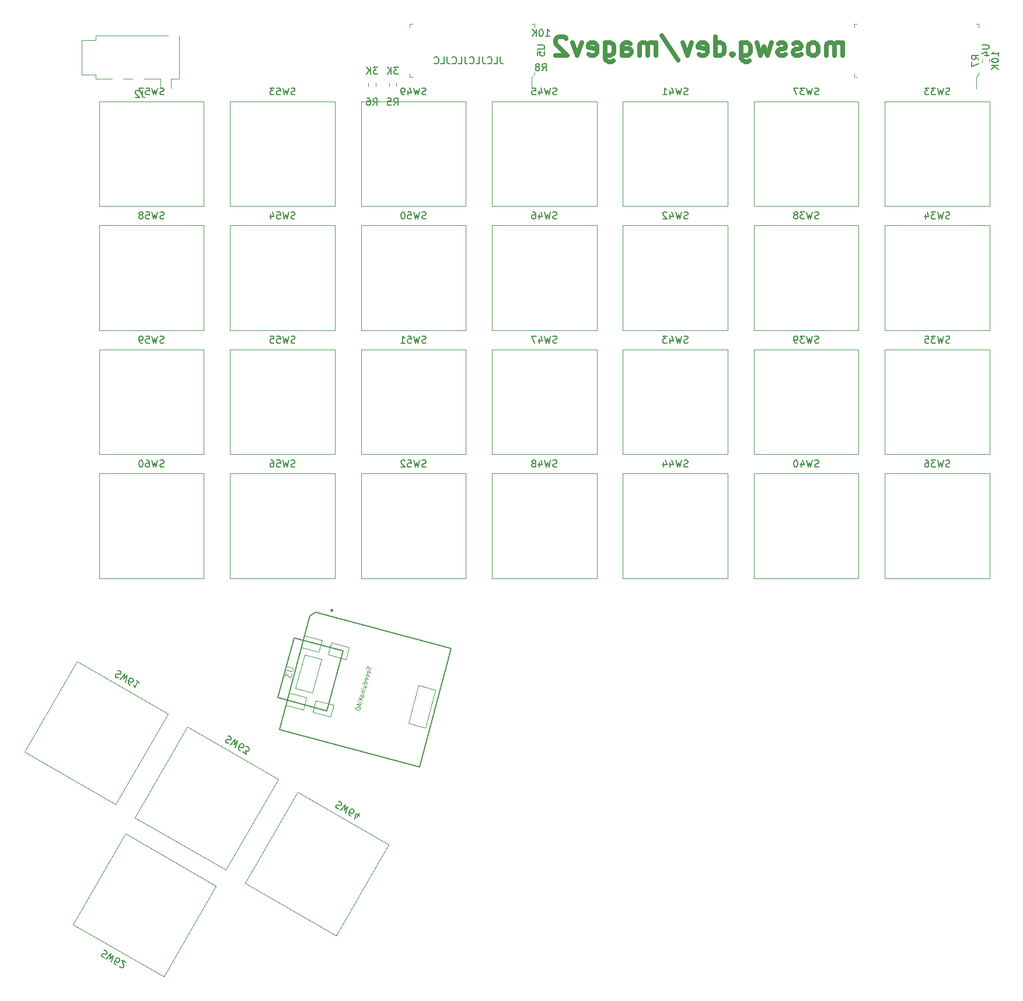
<source format=gbr>
%TF.GenerationSoftware,KiCad,Pcbnew,(6.0.11)*%
%TF.CreationDate,2023-06-02T23:59:17-07:00*%
%TF.ProjectId,MageV2,4d616765-5632-42e6-9b69-6361645f7063,rev?*%
%TF.SameCoordinates,Original*%
%TF.FileFunction,Legend,Bot*%
%TF.FilePolarity,Positive*%
%FSLAX46Y46*%
G04 Gerber Fmt 4.6, Leading zero omitted, Abs format (unit mm)*
G04 Created by KiCad (PCBNEW (6.0.11)) date 2023-06-02 23:59:17*
%MOMM*%
%LPD*%
G01*
G04 APERTURE LIST*
%ADD10C,0.687500*%
%ADD11C,0.150000*%
%ADD12C,0.101600*%
%ADD13C,0.076200*%
%ADD14C,0.120000*%
%ADD15C,0.100000*%
%ADD16C,0.127000*%
%ADD17C,0.066040*%
%ADD18C,0.254000*%
G04 APERTURE END LIST*
D10*
X189255952Y-40744047D02*
X189255952Y-38910714D01*
X189255952Y-39172619D02*
X189125000Y-39041666D01*
X188863095Y-38910714D01*
X188470238Y-38910714D01*
X188208333Y-39041666D01*
X188077380Y-39303571D01*
X188077380Y-40744047D01*
X188077380Y-39303571D02*
X187946428Y-39041666D01*
X187684523Y-38910714D01*
X187291666Y-38910714D01*
X187029761Y-39041666D01*
X186898809Y-39303571D01*
X186898809Y-40744047D01*
X185196428Y-40744047D02*
X185458333Y-40613095D01*
X185589285Y-40482142D01*
X185720238Y-40220238D01*
X185720238Y-39434523D01*
X185589285Y-39172619D01*
X185458333Y-39041666D01*
X185196428Y-38910714D01*
X184803571Y-38910714D01*
X184541666Y-39041666D01*
X184410714Y-39172619D01*
X184279761Y-39434523D01*
X184279761Y-40220238D01*
X184410714Y-40482142D01*
X184541666Y-40613095D01*
X184803571Y-40744047D01*
X185196428Y-40744047D01*
X183232142Y-40613095D02*
X182970238Y-40744047D01*
X182446428Y-40744047D01*
X182184523Y-40613095D01*
X182053571Y-40351190D01*
X182053571Y-40220238D01*
X182184523Y-39958333D01*
X182446428Y-39827380D01*
X182839285Y-39827380D01*
X183101190Y-39696428D01*
X183232142Y-39434523D01*
X183232142Y-39303571D01*
X183101190Y-39041666D01*
X182839285Y-38910714D01*
X182446428Y-38910714D01*
X182184523Y-39041666D01*
X181005952Y-40613095D02*
X180744047Y-40744047D01*
X180220238Y-40744047D01*
X179958333Y-40613095D01*
X179827380Y-40351190D01*
X179827380Y-40220238D01*
X179958333Y-39958333D01*
X180220238Y-39827380D01*
X180613095Y-39827380D01*
X180875000Y-39696428D01*
X181005952Y-39434523D01*
X181005952Y-39303571D01*
X180875000Y-39041666D01*
X180613095Y-38910714D01*
X180220238Y-38910714D01*
X179958333Y-39041666D01*
X178910714Y-38910714D02*
X178386904Y-40744047D01*
X177863095Y-39434523D01*
X177339285Y-40744047D01*
X176815476Y-38910714D01*
X174589285Y-38910714D02*
X174589285Y-41136904D01*
X174720238Y-41398809D01*
X174851190Y-41529761D01*
X175113095Y-41660714D01*
X175505952Y-41660714D01*
X175767857Y-41529761D01*
X174589285Y-40613095D02*
X174851190Y-40744047D01*
X175375000Y-40744047D01*
X175636904Y-40613095D01*
X175767857Y-40482142D01*
X175898809Y-40220238D01*
X175898809Y-39434523D01*
X175767857Y-39172619D01*
X175636904Y-39041666D01*
X175375000Y-38910714D01*
X174851190Y-38910714D01*
X174589285Y-39041666D01*
X173279761Y-40482142D02*
X173148809Y-40613095D01*
X173279761Y-40744047D01*
X173410714Y-40613095D01*
X173279761Y-40482142D01*
X173279761Y-40744047D01*
X170791666Y-40744047D02*
X170791666Y-37994047D01*
X170791666Y-40613095D02*
X171053571Y-40744047D01*
X171577380Y-40744047D01*
X171839285Y-40613095D01*
X171970238Y-40482142D01*
X172101190Y-40220238D01*
X172101190Y-39434523D01*
X171970238Y-39172619D01*
X171839285Y-39041666D01*
X171577380Y-38910714D01*
X171053571Y-38910714D01*
X170791666Y-39041666D01*
X168434523Y-40613095D02*
X168696428Y-40744047D01*
X169220238Y-40744047D01*
X169482142Y-40613095D01*
X169613095Y-40351190D01*
X169613095Y-39303571D01*
X169482142Y-39041666D01*
X169220238Y-38910714D01*
X168696428Y-38910714D01*
X168434523Y-39041666D01*
X168303571Y-39303571D01*
X168303571Y-39565476D01*
X169613095Y-39827380D01*
X167386904Y-38910714D02*
X166732142Y-40744047D01*
X166077380Y-38910714D01*
X163065476Y-37863095D02*
X165422619Y-41398809D01*
X162148809Y-40744047D02*
X162148809Y-38910714D01*
X162148809Y-39172619D02*
X162017857Y-39041666D01*
X161755952Y-38910714D01*
X161363095Y-38910714D01*
X161101190Y-39041666D01*
X160970238Y-39303571D01*
X160970238Y-40744047D01*
X160970238Y-39303571D02*
X160839285Y-39041666D01*
X160577380Y-38910714D01*
X160184523Y-38910714D01*
X159922619Y-39041666D01*
X159791666Y-39303571D01*
X159791666Y-40744047D01*
X157303571Y-40744047D02*
X157303571Y-39303571D01*
X157434523Y-39041666D01*
X157696428Y-38910714D01*
X158220238Y-38910714D01*
X158482142Y-39041666D01*
X157303571Y-40613095D02*
X157565476Y-40744047D01*
X158220238Y-40744047D01*
X158482142Y-40613095D01*
X158613095Y-40351190D01*
X158613095Y-40089285D01*
X158482142Y-39827380D01*
X158220238Y-39696428D01*
X157565476Y-39696428D01*
X157303571Y-39565476D01*
X154815476Y-38910714D02*
X154815476Y-41136904D01*
X154946428Y-41398809D01*
X155077380Y-41529761D01*
X155339285Y-41660714D01*
X155732142Y-41660714D01*
X155994047Y-41529761D01*
X154815476Y-40613095D02*
X155077380Y-40744047D01*
X155601190Y-40744047D01*
X155863095Y-40613095D01*
X155994047Y-40482142D01*
X156125000Y-40220238D01*
X156125000Y-39434523D01*
X155994047Y-39172619D01*
X155863095Y-39041666D01*
X155601190Y-38910714D01*
X155077380Y-38910714D01*
X154815476Y-39041666D01*
X152458333Y-40613095D02*
X152720238Y-40744047D01*
X153244047Y-40744047D01*
X153505952Y-40613095D01*
X153636904Y-40351190D01*
X153636904Y-39303571D01*
X153505952Y-39041666D01*
X153244047Y-38910714D01*
X152720238Y-38910714D01*
X152458333Y-39041666D01*
X152327380Y-39303571D01*
X152327380Y-39565476D01*
X153636904Y-39827380D01*
X151410714Y-38910714D02*
X150755952Y-40744047D01*
X150101190Y-38910714D01*
X149184523Y-38255952D02*
X149053571Y-38125000D01*
X148791666Y-37994047D01*
X148136904Y-37994047D01*
X147875000Y-38125000D01*
X147744047Y-38255952D01*
X147613095Y-38517857D01*
X147613095Y-38779761D01*
X147744047Y-39172619D01*
X149315476Y-40744047D01*
X147613095Y-40744047D01*
D11*
X139619047Y-40952380D02*
X139619047Y-41666666D01*
X139666666Y-41809523D01*
X139761904Y-41904761D01*
X139904761Y-41952380D01*
X140000000Y-41952380D01*
X138666666Y-41952380D02*
X139142857Y-41952380D01*
X139142857Y-40952380D01*
X137761904Y-41857142D02*
X137809523Y-41904761D01*
X137952380Y-41952380D01*
X138047619Y-41952380D01*
X138190476Y-41904761D01*
X138285714Y-41809523D01*
X138333333Y-41714285D01*
X138380952Y-41523809D01*
X138380952Y-41380952D01*
X138333333Y-41190476D01*
X138285714Y-41095238D01*
X138190476Y-41000000D01*
X138047619Y-40952380D01*
X137952380Y-40952380D01*
X137809523Y-41000000D01*
X137761904Y-41047619D01*
X137047619Y-40952380D02*
X137047619Y-41666666D01*
X137095238Y-41809523D01*
X137190476Y-41904761D01*
X137333333Y-41952380D01*
X137428571Y-41952380D01*
X136095238Y-41952380D02*
X136571428Y-41952380D01*
X136571428Y-40952380D01*
X135190476Y-41857142D02*
X135238095Y-41904761D01*
X135380952Y-41952380D01*
X135476190Y-41952380D01*
X135619047Y-41904761D01*
X135714285Y-41809523D01*
X135761904Y-41714285D01*
X135809523Y-41523809D01*
X135809523Y-41380952D01*
X135761904Y-41190476D01*
X135714285Y-41095238D01*
X135619047Y-41000000D01*
X135476190Y-40952380D01*
X135380952Y-40952380D01*
X135238095Y-41000000D01*
X135190476Y-41047619D01*
X134476190Y-40952380D02*
X134476190Y-41666666D01*
X134523809Y-41809523D01*
X134619047Y-41904761D01*
X134761904Y-41952380D01*
X134857142Y-41952380D01*
X133523809Y-41952380D02*
X134000000Y-41952380D01*
X134000000Y-40952380D01*
X132619047Y-41857142D02*
X132666666Y-41904761D01*
X132809523Y-41952380D01*
X132904761Y-41952380D01*
X133047619Y-41904761D01*
X133142857Y-41809523D01*
X133190476Y-41714285D01*
X133238095Y-41523809D01*
X133238095Y-41380952D01*
X133190476Y-41190476D01*
X133142857Y-41095238D01*
X133047619Y-41000000D01*
X132904761Y-40952380D01*
X132809523Y-40952380D01*
X132666666Y-41000000D01*
X132619047Y-41047619D01*
X131904761Y-40952380D02*
X131904761Y-41666666D01*
X131952380Y-41809523D01*
X132047619Y-41904761D01*
X132190476Y-41952380D01*
X132285714Y-41952380D01*
X130952380Y-41952380D02*
X131428571Y-41952380D01*
X131428571Y-40952380D01*
X130047619Y-41857142D02*
X130095238Y-41904761D01*
X130238095Y-41952380D01*
X130333333Y-41952380D01*
X130476190Y-41904761D01*
X130571428Y-41809523D01*
X130619047Y-41714285D01*
X130666666Y-41523809D01*
X130666666Y-41380952D01*
X130619047Y-41190476D01*
X130571428Y-41095238D01*
X130476190Y-41000000D01*
X130333333Y-40952380D01*
X130238095Y-40952380D01*
X130095238Y-41000000D01*
X130047619Y-41047619D01*
%TO.C,SW38*%
X185809523Y-64404761D02*
X185666666Y-64452380D01*
X185428571Y-64452380D01*
X185333333Y-64404761D01*
X185285714Y-64357142D01*
X185238095Y-64261904D01*
X185238095Y-64166666D01*
X185285714Y-64071428D01*
X185333333Y-64023809D01*
X185428571Y-63976190D01*
X185619047Y-63928571D01*
X185714285Y-63880952D01*
X185761904Y-63833333D01*
X185809523Y-63738095D01*
X185809523Y-63642857D01*
X185761904Y-63547619D01*
X185714285Y-63500000D01*
X185619047Y-63452380D01*
X185380952Y-63452380D01*
X185238095Y-63500000D01*
X184904761Y-63452380D02*
X184666666Y-64452380D01*
X184476190Y-63738095D01*
X184285714Y-64452380D01*
X184047619Y-63452380D01*
X183761904Y-63452380D02*
X183142857Y-63452380D01*
X183476190Y-63833333D01*
X183333333Y-63833333D01*
X183238095Y-63880952D01*
X183190476Y-63928571D01*
X183142857Y-64023809D01*
X183142857Y-64261904D01*
X183190476Y-64357142D01*
X183238095Y-64404761D01*
X183333333Y-64452380D01*
X183619047Y-64452380D01*
X183714285Y-64404761D01*
X183761904Y-64357142D01*
X182571428Y-63880952D02*
X182666666Y-63833333D01*
X182714285Y-63785714D01*
X182761904Y-63690476D01*
X182761904Y-63642857D01*
X182714285Y-63547619D01*
X182666666Y-63500000D01*
X182571428Y-63452380D01*
X182380952Y-63452380D01*
X182285714Y-63500000D01*
X182238095Y-63547619D01*
X182190476Y-63642857D01*
X182190476Y-63690476D01*
X182238095Y-63785714D01*
X182285714Y-63833333D01*
X182380952Y-63880952D01*
X182571428Y-63880952D01*
X182666666Y-63928571D01*
X182714285Y-63976190D01*
X182761904Y-64071428D01*
X182761904Y-64261904D01*
X182714285Y-64357142D01*
X182666666Y-64404761D01*
X182571428Y-64452380D01*
X182380952Y-64452380D01*
X182285714Y-64404761D01*
X182238095Y-64357142D01*
X182190476Y-64261904D01*
X182190476Y-64071428D01*
X182238095Y-63976190D01*
X182285714Y-63928571D01*
X182380952Y-63880952D01*
%TO.C,SW57*%
X90809523Y-46404761D02*
X90666666Y-46452380D01*
X90428571Y-46452380D01*
X90333333Y-46404761D01*
X90285714Y-46357142D01*
X90238095Y-46261904D01*
X90238095Y-46166666D01*
X90285714Y-46071428D01*
X90333333Y-46023809D01*
X90428571Y-45976190D01*
X90619047Y-45928571D01*
X90714285Y-45880952D01*
X90761904Y-45833333D01*
X90809523Y-45738095D01*
X90809523Y-45642857D01*
X90761904Y-45547619D01*
X90714285Y-45500000D01*
X90619047Y-45452380D01*
X90380952Y-45452380D01*
X90238095Y-45500000D01*
X89904761Y-45452380D02*
X89666666Y-46452380D01*
X89476190Y-45738095D01*
X89285714Y-46452380D01*
X89047619Y-45452380D01*
X88190476Y-45452380D02*
X88666666Y-45452380D01*
X88714285Y-45928571D01*
X88666666Y-45880952D01*
X88571428Y-45833333D01*
X88333333Y-45833333D01*
X88238095Y-45880952D01*
X88190476Y-45928571D01*
X88142857Y-46023809D01*
X88142857Y-46261904D01*
X88190476Y-46357142D01*
X88238095Y-46404761D01*
X88333333Y-46452380D01*
X88571428Y-46452380D01*
X88666666Y-46404761D01*
X88714285Y-46357142D01*
X87809523Y-45452380D02*
X87142857Y-45452380D01*
X87571428Y-46452380D01*
%TO.C,U4*%
X209492380Y-39238095D02*
X210301904Y-39238095D01*
X210397142Y-39285714D01*
X210444761Y-39333333D01*
X210492380Y-39428571D01*
X210492380Y-39619047D01*
X210444761Y-39714285D01*
X210397142Y-39761904D01*
X210301904Y-39809523D01*
X209492380Y-39809523D01*
X209825714Y-40714285D02*
X210492380Y-40714285D01*
X209444761Y-40476190D02*
X210159047Y-40238095D01*
X210159047Y-40857142D01*
%TO.C,SW47*%
X147809523Y-82404761D02*
X147666666Y-82452380D01*
X147428571Y-82452380D01*
X147333333Y-82404761D01*
X147285714Y-82357142D01*
X147238095Y-82261904D01*
X147238095Y-82166666D01*
X147285714Y-82071428D01*
X147333333Y-82023809D01*
X147428571Y-81976190D01*
X147619047Y-81928571D01*
X147714285Y-81880952D01*
X147761904Y-81833333D01*
X147809523Y-81738095D01*
X147809523Y-81642857D01*
X147761904Y-81547619D01*
X147714285Y-81500000D01*
X147619047Y-81452380D01*
X147380952Y-81452380D01*
X147238095Y-81500000D01*
X146904761Y-81452380D02*
X146666666Y-82452380D01*
X146476190Y-81738095D01*
X146285714Y-82452380D01*
X146047619Y-81452380D01*
X145238095Y-81785714D02*
X145238095Y-82452380D01*
X145476190Y-81404761D02*
X145714285Y-82119047D01*
X145095238Y-82119047D01*
X144809523Y-81452380D02*
X144142857Y-81452380D01*
X144571428Y-82452380D01*
%TO.C,R5*%
X124166666Y-47952380D02*
X124500000Y-47476190D01*
X124738095Y-47952380D02*
X124738095Y-46952380D01*
X124357142Y-46952380D01*
X124261904Y-47000000D01*
X124214285Y-47047619D01*
X124166666Y-47142857D01*
X124166666Y-47285714D01*
X124214285Y-47380952D01*
X124261904Y-47428571D01*
X124357142Y-47476190D01*
X124738095Y-47476190D01*
X123261904Y-46952380D02*
X123738095Y-46952380D01*
X123785714Y-47428571D01*
X123738095Y-47380952D01*
X123642857Y-47333333D01*
X123404761Y-47333333D01*
X123309523Y-47380952D01*
X123261904Y-47428571D01*
X123214285Y-47523809D01*
X123214285Y-47761904D01*
X123261904Y-47857142D01*
X123309523Y-47904761D01*
X123404761Y-47952380D01*
X123642857Y-47952380D01*
X123738095Y-47904761D01*
X123785714Y-47857142D01*
X124833333Y-42452380D02*
X124214285Y-42452380D01*
X124547619Y-42833333D01*
X124404761Y-42833333D01*
X124309523Y-42880952D01*
X124261904Y-42928571D01*
X124214285Y-43023809D01*
X124214285Y-43261904D01*
X124261904Y-43357142D01*
X124309523Y-43404761D01*
X124404761Y-43452380D01*
X124690476Y-43452380D01*
X124785714Y-43404761D01*
X124833333Y-43357142D01*
X123785714Y-43452380D02*
X123785714Y-42452380D01*
X123214285Y-43452380D02*
X123642857Y-42880952D01*
X123214285Y-42452380D02*
X123785714Y-43023809D01*
%TO.C,SW45*%
X147809523Y-46404761D02*
X147666666Y-46452380D01*
X147428571Y-46452380D01*
X147333333Y-46404761D01*
X147285714Y-46357142D01*
X147238095Y-46261904D01*
X147238095Y-46166666D01*
X147285714Y-46071428D01*
X147333333Y-46023809D01*
X147428571Y-45976190D01*
X147619047Y-45928571D01*
X147714285Y-45880952D01*
X147761904Y-45833333D01*
X147809523Y-45738095D01*
X147809523Y-45642857D01*
X147761904Y-45547619D01*
X147714285Y-45500000D01*
X147619047Y-45452380D01*
X147380952Y-45452380D01*
X147238095Y-45500000D01*
X146904761Y-45452380D02*
X146666666Y-46452380D01*
X146476190Y-45738095D01*
X146285714Y-46452380D01*
X146047619Y-45452380D01*
X145238095Y-45785714D02*
X145238095Y-46452380D01*
X145476190Y-45404761D02*
X145714285Y-46119047D01*
X145095238Y-46119047D01*
X144238095Y-45452380D02*
X144714285Y-45452380D01*
X144761904Y-45928571D01*
X144714285Y-45880952D01*
X144619047Y-45833333D01*
X144380952Y-45833333D01*
X144285714Y-45880952D01*
X144238095Y-45928571D01*
X144190476Y-46023809D01*
X144190476Y-46261904D01*
X144238095Y-46357142D01*
X144285714Y-46404761D01*
X144380952Y-46452380D01*
X144619047Y-46452380D01*
X144714285Y-46404761D01*
X144761904Y-46357142D01*
%TO.C,SW37*%
X185809523Y-46404761D02*
X185666666Y-46452380D01*
X185428571Y-46452380D01*
X185333333Y-46404761D01*
X185285714Y-46357142D01*
X185238095Y-46261904D01*
X185238095Y-46166666D01*
X185285714Y-46071428D01*
X185333333Y-46023809D01*
X185428571Y-45976190D01*
X185619047Y-45928571D01*
X185714285Y-45880952D01*
X185761904Y-45833333D01*
X185809523Y-45738095D01*
X185809523Y-45642857D01*
X185761904Y-45547619D01*
X185714285Y-45500000D01*
X185619047Y-45452380D01*
X185380952Y-45452380D01*
X185238095Y-45500000D01*
X184904761Y-45452380D02*
X184666666Y-46452380D01*
X184476190Y-45738095D01*
X184285714Y-46452380D01*
X184047619Y-45452380D01*
X183761904Y-45452380D02*
X183142857Y-45452380D01*
X183476190Y-45833333D01*
X183333333Y-45833333D01*
X183238095Y-45880952D01*
X183190476Y-45928571D01*
X183142857Y-46023809D01*
X183142857Y-46261904D01*
X183190476Y-46357142D01*
X183238095Y-46404761D01*
X183333333Y-46452380D01*
X183619047Y-46452380D01*
X183714285Y-46404761D01*
X183761904Y-46357142D01*
X182809523Y-45452380D02*
X182142857Y-45452380D01*
X182571428Y-46452380D01*
%TO.C,SW33*%
X204809523Y-46404761D02*
X204666666Y-46452380D01*
X204428571Y-46452380D01*
X204333333Y-46404761D01*
X204285714Y-46357142D01*
X204238095Y-46261904D01*
X204238095Y-46166666D01*
X204285714Y-46071428D01*
X204333333Y-46023809D01*
X204428571Y-45976190D01*
X204619047Y-45928571D01*
X204714285Y-45880952D01*
X204761904Y-45833333D01*
X204809523Y-45738095D01*
X204809523Y-45642857D01*
X204761904Y-45547619D01*
X204714285Y-45500000D01*
X204619047Y-45452380D01*
X204380952Y-45452380D01*
X204238095Y-45500000D01*
X203904761Y-45452380D02*
X203666666Y-46452380D01*
X203476190Y-45738095D01*
X203285714Y-46452380D01*
X203047619Y-45452380D01*
X202761904Y-45452380D02*
X202142857Y-45452380D01*
X202476190Y-45833333D01*
X202333333Y-45833333D01*
X202238095Y-45880952D01*
X202190476Y-45928571D01*
X202142857Y-46023809D01*
X202142857Y-46261904D01*
X202190476Y-46357142D01*
X202238095Y-46404761D01*
X202333333Y-46452380D01*
X202619047Y-46452380D01*
X202714285Y-46404761D01*
X202761904Y-46357142D01*
X201809523Y-45452380D02*
X201190476Y-45452380D01*
X201523809Y-45833333D01*
X201380952Y-45833333D01*
X201285714Y-45880952D01*
X201238095Y-45928571D01*
X201190476Y-46023809D01*
X201190476Y-46261904D01*
X201238095Y-46357142D01*
X201285714Y-46404761D01*
X201380952Y-46452380D01*
X201666666Y-46452380D01*
X201761904Y-46404761D01*
X201809523Y-46357142D01*
%TO.C,U5*%
X144992380Y-39238095D02*
X145801904Y-39238095D01*
X145897142Y-39285714D01*
X145944761Y-39333333D01*
X145992380Y-39428571D01*
X145992380Y-39619047D01*
X145944761Y-39714285D01*
X145897142Y-39761904D01*
X145801904Y-39809523D01*
X144992380Y-39809523D01*
X144992380Y-40761904D02*
X144992380Y-40285714D01*
X145468571Y-40238095D01*
X145420952Y-40285714D01*
X145373333Y-40380952D01*
X145373333Y-40619047D01*
X145420952Y-40714285D01*
X145468571Y-40761904D01*
X145563809Y-40809523D01*
X145801904Y-40809523D01*
X145897142Y-40761904D01*
X145944761Y-40714285D01*
X145992380Y-40619047D01*
X145992380Y-40380952D01*
X145944761Y-40285714D01*
X145897142Y-40238095D01*
%TO.C,SW42*%
X166809523Y-64404761D02*
X166666666Y-64452380D01*
X166428571Y-64452380D01*
X166333333Y-64404761D01*
X166285714Y-64357142D01*
X166238095Y-64261904D01*
X166238095Y-64166666D01*
X166285714Y-64071428D01*
X166333333Y-64023809D01*
X166428571Y-63976190D01*
X166619047Y-63928571D01*
X166714285Y-63880952D01*
X166761904Y-63833333D01*
X166809523Y-63738095D01*
X166809523Y-63642857D01*
X166761904Y-63547619D01*
X166714285Y-63500000D01*
X166619047Y-63452380D01*
X166380952Y-63452380D01*
X166238095Y-63500000D01*
X165904761Y-63452380D02*
X165666666Y-64452380D01*
X165476190Y-63738095D01*
X165285714Y-64452380D01*
X165047619Y-63452380D01*
X164238095Y-63785714D02*
X164238095Y-64452380D01*
X164476190Y-63404761D02*
X164714285Y-64119047D01*
X164095238Y-64119047D01*
X163761904Y-63547619D02*
X163714285Y-63500000D01*
X163619047Y-63452380D01*
X163380952Y-63452380D01*
X163285714Y-63500000D01*
X163238095Y-63547619D01*
X163190476Y-63642857D01*
X163190476Y-63738095D01*
X163238095Y-63880952D01*
X163809523Y-64452380D01*
X163190476Y-64452380D01*
%TO.C,SW35*%
X204809523Y-82404761D02*
X204666666Y-82452380D01*
X204428571Y-82452380D01*
X204333333Y-82404761D01*
X204285714Y-82357142D01*
X204238095Y-82261904D01*
X204238095Y-82166666D01*
X204285714Y-82071428D01*
X204333333Y-82023809D01*
X204428571Y-81976190D01*
X204619047Y-81928571D01*
X204714285Y-81880952D01*
X204761904Y-81833333D01*
X204809523Y-81738095D01*
X204809523Y-81642857D01*
X204761904Y-81547619D01*
X204714285Y-81500000D01*
X204619047Y-81452380D01*
X204380952Y-81452380D01*
X204238095Y-81500000D01*
X203904761Y-81452380D02*
X203666666Y-82452380D01*
X203476190Y-81738095D01*
X203285714Y-82452380D01*
X203047619Y-81452380D01*
X202761904Y-81452380D02*
X202142857Y-81452380D01*
X202476190Y-81833333D01*
X202333333Y-81833333D01*
X202238095Y-81880952D01*
X202190476Y-81928571D01*
X202142857Y-82023809D01*
X202142857Y-82261904D01*
X202190476Y-82357142D01*
X202238095Y-82404761D01*
X202333333Y-82452380D01*
X202619047Y-82452380D01*
X202714285Y-82404761D01*
X202761904Y-82357142D01*
X201238095Y-81452380D02*
X201714285Y-81452380D01*
X201761904Y-81928571D01*
X201714285Y-81880952D01*
X201619047Y-81833333D01*
X201380952Y-81833333D01*
X201285714Y-81880952D01*
X201238095Y-81928571D01*
X201190476Y-82023809D01*
X201190476Y-82261904D01*
X201238095Y-82357142D01*
X201285714Y-82404761D01*
X201380952Y-82452380D01*
X201619047Y-82452380D01*
X201714285Y-82404761D01*
X201761904Y-82357142D01*
%TO.C,SW34*%
X204809523Y-64404761D02*
X204666666Y-64452380D01*
X204428571Y-64452380D01*
X204333333Y-64404761D01*
X204285714Y-64357142D01*
X204238095Y-64261904D01*
X204238095Y-64166666D01*
X204285714Y-64071428D01*
X204333333Y-64023809D01*
X204428571Y-63976190D01*
X204619047Y-63928571D01*
X204714285Y-63880952D01*
X204761904Y-63833333D01*
X204809523Y-63738095D01*
X204809523Y-63642857D01*
X204761904Y-63547619D01*
X204714285Y-63500000D01*
X204619047Y-63452380D01*
X204380952Y-63452380D01*
X204238095Y-63500000D01*
X203904761Y-63452380D02*
X203666666Y-64452380D01*
X203476190Y-63738095D01*
X203285714Y-64452380D01*
X203047619Y-63452380D01*
X202761904Y-63452380D02*
X202142857Y-63452380D01*
X202476190Y-63833333D01*
X202333333Y-63833333D01*
X202238095Y-63880952D01*
X202190476Y-63928571D01*
X202142857Y-64023809D01*
X202142857Y-64261904D01*
X202190476Y-64357142D01*
X202238095Y-64404761D01*
X202333333Y-64452380D01*
X202619047Y-64452380D01*
X202714285Y-64404761D01*
X202761904Y-64357142D01*
X201285714Y-63785714D02*
X201285714Y-64452380D01*
X201523809Y-63404761D02*
X201761904Y-64119047D01*
X201142857Y-64119047D01*
%TO.C,SW63*%
X100135287Y-139450475D02*
X100282814Y-139480664D01*
X100489011Y-139599711D01*
X100547680Y-139688570D01*
X100565110Y-139753619D01*
X100558730Y-139859907D01*
X100511111Y-139942385D01*
X100422253Y-140001054D01*
X100357204Y-140018484D01*
X100250916Y-140012104D01*
X100062149Y-139958106D01*
X99955861Y-139951726D01*
X99890812Y-139969156D01*
X99801954Y-140027825D01*
X99754334Y-140110303D01*
X99747955Y-140216592D01*
X99765385Y-140281640D01*
X99824054Y-140370499D01*
X100030250Y-140489546D01*
X100177778Y-140519736D01*
X100442643Y-140727642D02*
X101148840Y-139980664D01*
X100956654Y-140694491D01*
X101478754Y-140171140D01*
X101184951Y-141156213D01*
X101886019Y-141560975D02*
X101721062Y-141465737D01*
X101662393Y-141376878D01*
X101644963Y-141311830D01*
X101633913Y-141140493D01*
X101687912Y-140951726D01*
X101878388Y-140621811D01*
X101967246Y-140563142D01*
X102032295Y-140545713D01*
X102138583Y-140552092D01*
X102303540Y-140647330D01*
X102362209Y-140736189D01*
X102379639Y-140801238D01*
X102373259Y-140907526D01*
X102254212Y-141113722D01*
X102165353Y-141172391D01*
X102100305Y-141189821D01*
X101994016Y-141183441D01*
X101829059Y-141088203D01*
X101770390Y-140999345D01*
X101752960Y-140934296D01*
X101759340Y-140828008D01*
X102257173Y-141775261D02*
X102793284Y-142084784D01*
X102695085Y-141588203D01*
X102818803Y-141659632D01*
X102925091Y-141666012D01*
X102990139Y-141648582D01*
X103078998Y-141589913D01*
X103198045Y-141383716D01*
X103204425Y-141277428D01*
X103186995Y-141212379D01*
X103128326Y-141123521D01*
X102880891Y-140980664D01*
X102774602Y-140974284D01*
X102709554Y-140991714D01*
%TO.C,SW49*%
X128809523Y-46404761D02*
X128666666Y-46452380D01*
X128428571Y-46452380D01*
X128333333Y-46404761D01*
X128285714Y-46357142D01*
X128238095Y-46261904D01*
X128238095Y-46166666D01*
X128285714Y-46071428D01*
X128333333Y-46023809D01*
X128428571Y-45976190D01*
X128619047Y-45928571D01*
X128714285Y-45880952D01*
X128761904Y-45833333D01*
X128809523Y-45738095D01*
X128809523Y-45642857D01*
X128761904Y-45547619D01*
X128714285Y-45500000D01*
X128619047Y-45452380D01*
X128380952Y-45452380D01*
X128238095Y-45500000D01*
X127904761Y-45452380D02*
X127666666Y-46452380D01*
X127476190Y-45738095D01*
X127285714Y-46452380D01*
X127047619Y-45452380D01*
X126238095Y-45785714D02*
X126238095Y-46452380D01*
X126476190Y-45404761D02*
X126714285Y-46119047D01*
X126095238Y-46119047D01*
X125666666Y-46452380D02*
X125476190Y-46452380D01*
X125380952Y-46404761D01*
X125333333Y-46357142D01*
X125238095Y-46214285D01*
X125190476Y-46023809D01*
X125190476Y-45642857D01*
X125238095Y-45547619D01*
X125285714Y-45500000D01*
X125380952Y-45452380D01*
X125571428Y-45452380D01*
X125666666Y-45500000D01*
X125714285Y-45547619D01*
X125761904Y-45642857D01*
X125761904Y-45880952D01*
X125714285Y-45976190D01*
X125666666Y-46023809D01*
X125571428Y-46071428D01*
X125380952Y-46071428D01*
X125285714Y-46023809D01*
X125238095Y-45976190D01*
X125190476Y-45880952D01*
%TO.C,SW55*%
X109809523Y-82404761D02*
X109666666Y-82452380D01*
X109428571Y-82452380D01*
X109333333Y-82404761D01*
X109285714Y-82357142D01*
X109238095Y-82261904D01*
X109238095Y-82166666D01*
X109285714Y-82071428D01*
X109333333Y-82023809D01*
X109428571Y-81976190D01*
X109619047Y-81928571D01*
X109714285Y-81880952D01*
X109761904Y-81833333D01*
X109809523Y-81738095D01*
X109809523Y-81642857D01*
X109761904Y-81547619D01*
X109714285Y-81500000D01*
X109619047Y-81452380D01*
X109380952Y-81452380D01*
X109238095Y-81500000D01*
X108904761Y-81452380D02*
X108666666Y-82452380D01*
X108476190Y-81738095D01*
X108285714Y-82452380D01*
X108047619Y-81452380D01*
X107190476Y-81452380D02*
X107666666Y-81452380D01*
X107714285Y-81928571D01*
X107666666Y-81880952D01*
X107571428Y-81833333D01*
X107333333Y-81833333D01*
X107238095Y-81880952D01*
X107190476Y-81928571D01*
X107142857Y-82023809D01*
X107142857Y-82261904D01*
X107190476Y-82357142D01*
X107238095Y-82404761D01*
X107333333Y-82452380D01*
X107571428Y-82452380D01*
X107666666Y-82404761D01*
X107714285Y-82357142D01*
X106238095Y-81452380D02*
X106714285Y-81452380D01*
X106761904Y-81928571D01*
X106714285Y-81880952D01*
X106619047Y-81833333D01*
X106380952Y-81833333D01*
X106285714Y-81880952D01*
X106238095Y-81928571D01*
X106190476Y-82023809D01*
X106190476Y-82261904D01*
X106238095Y-82357142D01*
X106285714Y-82404761D01*
X106380952Y-82452380D01*
X106619047Y-82452380D01*
X106714285Y-82404761D01*
X106761904Y-82357142D01*
%TO.C,SW53*%
X109809523Y-46404761D02*
X109666666Y-46452380D01*
X109428571Y-46452380D01*
X109333333Y-46404761D01*
X109285714Y-46357142D01*
X109238095Y-46261904D01*
X109238095Y-46166666D01*
X109285714Y-46071428D01*
X109333333Y-46023809D01*
X109428571Y-45976190D01*
X109619047Y-45928571D01*
X109714285Y-45880952D01*
X109761904Y-45833333D01*
X109809523Y-45738095D01*
X109809523Y-45642857D01*
X109761904Y-45547619D01*
X109714285Y-45500000D01*
X109619047Y-45452380D01*
X109380952Y-45452380D01*
X109238095Y-45500000D01*
X108904761Y-45452380D02*
X108666666Y-46452380D01*
X108476190Y-45738095D01*
X108285714Y-46452380D01*
X108047619Y-45452380D01*
X107190476Y-45452380D02*
X107666666Y-45452380D01*
X107714285Y-45928571D01*
X107666666Y-45880952D01*
X107571428Y-45833333D01*
X107333333Y-45833333D01*
X107238095Y-45880952D01*
X107190476Y-45928571D01*
X107142857Y-46023809D01*
X107142857Y-46261904D01*
X107190476Y-46357142D01*
X107238095Y-46404761D01*
X107333333Y-46452380D01*
X107571428Y-46452380D01*
X107666666Y-46404761D01*
X107714285Y-46357142D01*
X106809523Y-45452380D02*
X106190476Y-45452380D01*
X106523809Y-45833333D01*
X106380952Y-45833333D01*
X106285714Y-45880952D01*
X106238095Y-45928571D01*
X106190476Y-46023809D01*
X106190476Y-46261904D01*
X106238095Y-46357142D01*
X106285714Y-46404761D01*
X106380952Y-46452380D01*
X106666666Y-46452380D01*
X106761904Y-46404761D01*
X106809523Y-46357142D01*
%TO.C,SW40*%
X185809523Y-100404761D02*
X185666666Y-100452380D01*
X185428571Y-100452380D01*
X185333333Y-100404761D01*
X185285714Y-100357142D01*
X185238095Y-100261904D01*
X185238095Y-100166666D01*
X185285714Y-100071428D01*
X185333333Y-100023809D01*
X185428571Y-99976190D01*
X185619047Y-99928571D01*
X185714285Y-99880952D01*
X185761904Y-99833333D01*
X185809523Y-99738095D01*
X185809523Y-99642857D01*
X185761904Y-99547619D01*
X185714285Y-99500000D01*
X185619047Y-99452380D01*
X185380952Y-99452380D01*
X185238095Y-99500000D01*
X184904761Y-99452380D02*
X184666666Y-100452380D01*
X184476190Y-99738095D01*
X184285714Y-100452380D01*
X184047619Y-99452380D01*
X183238095Y-99785714D02*
X183238095Y-100452380D01*
X183476190Y-99404761D02*
X183714285Y-100119047D01*
X183095238Y-100119047D01*
X182523809Y-99452380D02*
X182428571Y-99452380D01*
X182333333Y-99500000D01*
X182285714Y-99547619D01*
X182238095Y-99642857D01*
X182190476Y-99833333D01*
X182190476Y-100071428D01*
X182238095Y-100261904D01*
X182285714Y-100357142D01*
X182333333Y-100404761D01*
X182428571Y-100452380D01*
X182523809Y-100452380D01*
X182619047Y-100404761D01*
X182666666Y-100357142D01*
X182714285Y-100261904D01*
X182761904Y-100071428D01*
X182761904Y-99833333D01*
X182714285Y-99642857D01*
X182666666Y-99547619D01*
X182619047Y-99500000D01*
X182523809Y-99452380D01*
%TO.C,SW43*%
X166809523Y-82404761D02*
X166666666Y-82452380D01*
X166428571Y-82452380D01*
X166333333Y-82404761D01*
X166285714Y-82357142D01*
X166238095Y-82261904D01*
X166238095Y-82166666D01*
X166285714Y-82071428D01*
X166333333Y-82023809D01*
X166428571Y-81976190D01*
X166619047Y-81928571D01*
X166714285Y-81880952D01*
X166761904Y-81833333D01*
X166809523Y-81738095D01*
X166809523Y-81642857D01*
X166761904Y-81547619D01*
X166714285Y-81500000D01*
X166619047Y-81452380D01*
X166380952Y-81452380D01*
X166238095Y-81500000D01*
X165904761Y-81452380D02*
X165666666Y-82452380D01*
X165476190Y-81738095D01*
X165285714Y-82452380D01*
X165047619Y-81452380D01*
X164238095Y-81785714D02*
X164238095Y-82452380D01*
X164476190Y-81404761D02*
X164714285Y-82119047D01*
X164095238Y-82119047D01*
X163809523Y-81452380D02*
X163190476Y-81452380D01*
X163523809Y-81833333D01*
X163380952Y-81833333D01*
X163285714Y-81880952D01*
X163238095Y-81928571D01*
X163190476Y-82023809D01*
X163190476Y-82261904D01*
X163238095Y-82357142D01*
X163285714Y-82404761D01*
X163380952Y-82452380D01*
X163666666Y-82452380D01*
X163761904Y-82404761D01*
X163809523Y-82357142D01*
%TO.C,SW56*%
X109809523Y-100404761D02*
X109666666Y-100452380D01*
X109428571Y-100452380D01*
X109333333Y-100404761D01*
X109285714Y-100357142D01*
X109238095Y-100261904D01*
X109238095Y-100166666D01*
X109285714Y-100071428D01*
X109333333Y-100023809D01*
X109428571Y-99976190D01*
X109619047Y-99928571D01*
X109714285Y-99880952D01*
X109761904Y-99833333D01*
X109809523Y-99738095D01*
X109809523Y-99642857D01*
X109761904Y-99547619D01*
X109714285Y-99500000D01*
X109619047Y-99452380D01*
X109380952Y-99452380D01*
X109238095Y-99500000D01*
X108904761Y-99452380D02*
X108666666Y-100452380D01*
X108476190Y-99738095D01*
X108285714Y-100452380D01*
X108047619Y-99452380D01*
X107190476Y-99452380D02*
X107666666Y-99452380D01*
X107714285Y-99928571D01*
X107666666Y-99880952D01*
X107571428Y-99833333D01*
X107333333Y-99833333D01*
X107238095Y-99880952D01*
X107190476Y-99928571D01*
X107142857Y-100023809D01*
X107142857Y-100261904D01*
X107190476Y-100357142D01*
X107238095Y-100404761D01*
X107333333Y-100452380D01*
X107571428Y-100452380D01*
X107666666Y-100404761D01*
X107714285Y-100357142D01*
X106285714Y-99452380D02*
X106476190Y-99452380D01*
X106571428Y-99500000D01*
X106619047Y-99547619D01*
X106714285Y-99690476D01*
X106761904Y-99880952D01*
X106761904Y-100261904D01*
X106714285Y-100357142D01*
X106666666Y-100404761D01*
X106571428Y-100452380D01*
X106380952Y-100452380D01*
X106285714Y-100404761D01*
X106238095Y-100357142D01*
X106190476Y-100261904D01*
X106190476Y-100023809D01*
X106238095Y-99928571D01*
X106285714Y-99880952D01*
X106380952Y-99833333D01*
X106571428Y-99833333D01*
X106666666Y-99880952D01*
X106714285Y-99928571D01*
X106761904Y-100023809D01*
%TO.C,SW46*%
X147809523Y-64404761D02*
X147666666Y-64452380D01*
X147428571Y-64452380D01*
X147333333Y-64404761D01*
X147285714Y-64357142D01*
X147238095Y-64261904D01*
X147238095Y-64166666D01*
X147285714Y-64071428D01*
X147333333Y-64023809D01*
X147428571Y-63976190D01*
X147619047Y-63928571D01*
X147714285Y-63880952D01*
X147761904Y-63833333D01*
X147809523Y-63738095D01*
X147809523Y-63642857D01*
X147761904Y-63547619D01*
X147714285Y-63500000D01*
X147619047Y-63452380D01*
X147380952Y-63452380D01*
X147238095Y-63500000D01*
X146904761Y-63452380D02*
X146666666Y-64452380D01*
X146476190Y-63738095D01*
X146285714Y-64452380D01*
X146047619Y-63452380D01*
X145238095Y-63785714D02*
X145238095Y-64452380D01*
X145476190Y-63404761D02*
X145714285Y-64119047D01*
X145095238Y-64119047D01*
X144285714Y-63452380D02*
X144476190Y-63452380D01*
X144571428Y-63500000D01*
X144619047Y-63547619D01*
X144714285Y-63690476D01*
X144761904Y-63880952D01*
X144761904Y-64261904D01*
X144714285Y-64357142D01*
X144666666Y-64404761D01*
X144571428Y-64452380D01*
X144380952Y-64452380D01*
X144285714Y-64404761D01*
X144238095Y-64357142D01*
X144190476Y-64261904D01*
X144190476Y-64023809D01*
X144238095Y-63928571D01*
X144285714Y-63880952D01*
X144380952Y-63833333D01*
X144571428Y-63833333D01*
X144666666Y-63880952D01*
X144714285Y-63928571D01*
X144761904Y-64023809D01*
%TO.C,SW51*%
X128809523Y-82404761D02*
X128666666Y-82452380D01*
X128428571Y-82452380D01*
X128333333Y-82404761D01*
X128285714Y-82357142D01*
X128238095Y-82261904D01*
X128238095Y-82166666D01*
X128285714Y-82071428D01*
X128333333Y-82023809D01*
X128428571Y-81976190D01*
X128619047Y-81928571D01*
X128714285Y-81880952D01*
X128761904Y-81833333D01*
X128809523Y-81738095D01*
X128809523Y-81642857D01*
X128761904Y-81547619D01*
X128714285Y-81500000D01*
X128619047Y-81452380D01*
X128380952Y-81452380D01*
X128238095Y-81500000D01*
X127904761Y-81452380D02*
X127666666Y-82452380D01*
X127476190Y-81738095D01*
X127285714Y-82452380D01*
X127047619Y-81452380D01*
X126190476Y-81452380D02*
X126666666Y-81452380D01*
X126714285Y-81928571D01*
X126666666Y-81880952D01*
X126571428Y-81833333D01*
X126333333Y-81833333D01*
X126238095Y-81880952D01*
X126190476Y-81928571D01*
X126142857Y-82023809D01*
X126142857Y-82261904D01*
X126190476Y-82357142D01*
X126238095Y-82404761D01*
X126333333Y-82452380D01*
X126571428Y-82452380D01*
X126666666Y-82404761D01*
X126714285Y-82357142D01*
X125190476Y-82452380D02*
X125761904Y-82452380D01*
X125476190Y-82452380D02*
X125476190Y-81452380D01*
X125571428Y-81595238D01*
X125666666Y-81690476D01*
X125761904Y-81738095D01*
D12*
%TO.C,U3*%
X108720289Y-129378113D02*
X109415434Y-129564376D01*
X109486259Y-129627181D01*
X109516193Y-129679028D01*
X109535171Y-129771767D01*
X109491344Y-129935330D01*
X109428540Y-130006155D01*
X109376692Y-130036089D01*
X109283954Y-130055067D01*
X108588809Y-129868803D01*
X108501156Y-130195930D02*
X108358719Y-130727511D01*
X108762543Y-130528929D01*
X108729673Y-130651601D01*
X108748650Y-130744340D01*
X108778584Y-130796187D01*
X108849409Y-130858991D01*
X109053864Y-130913775D01*
X109146602Y-130894797D01*
X109198450Y-130864863D01*
X109261254Y-130794038D01*
X109326994Y-130548693D01*
X109308016Y-130455955D01*
X109278082Y-130404107D01*
D13*
X120813745Y-129523755D02*
X120819245Y-129615386D01*
X120781679Y-129755583D01*
X120738614Y-129804149D01*
X120703061Y-129824675D01*
X120639469Y-129837689D01*
X120583390Y-129822662D01*
X120534824Y-129779597D01*
X120514298Y-129744044D01*
X120501285Y-129680452D01*
X120503298Y-129560781D01*
X120490285Y-129497189D01*
X120469759Y-129461636D01*
X120421193Y-129418571D01*
X120365114Y-129403544D01*
X120301522Y-129416557D01*
X120265969Y-129437084D01*
X120222904Y-129485649D01*
X120185338Y-129625847D01*
X120190838Y-129717478D01*
X120595864Y-130336899D02*
X120638930Y-130288333D01*
X120668982Y-130176175D01*
X120655969Y-130112583D01*
X120607403Y-130069517D01*
X120383088Y-130009412D01*
X120319496Y-130022425D01*
X120276430Y-130070991D01*
X120246377Y-130183149D01*
X120259391Y-130246741D01*
X120307956Y-130289807D01*
X120364035Y-130304833D01*
X120495246Y-130039465D01*
X120460627Y-130841609D02*
X120503693Y-130793043D01*
X120533746Y-130680885D01*
X120520732Y-130617293D01*
X120472167Y-130574227D01*
X120247851Y-130514122D01*
X120184259Y-130527135D01*
X120141193Y-130575701D01*
X120111141Y-130687859D01*
X120124154Y-130751451D01*
X120172720Y-130794517D01*
X120228798Y-130809543D01*
X120360009Y-130544175D01*
X120325391Y-131346319D02*
X120368456Y-131297753D01*
X120398509Y-131185595D01*
X120385496Y-131122003D01*
X120336930Y-131078937D01*
X120112614Y-131018832D01*
X120049022Y-131031845D01*
X120005957Y-131080411D01*
X119975904Y-131192569D01*
X119988917Y-131256161D01*
X120037483Y-131299227D01*
X120093562Y-131314253D01*
X120224772Y-131048885D01*
X120210680Y-131886581D02*
X119621852Y-131728805D01*
X120182641Y-131879068D02*
X120225707Y-131830502D01*
X120255759Y-131718345D01*
X120242746Y-131654753D01*
X120222220Y-131619200D01*
X120173654Y-131576134D01*
X120005417Y-131531055D01*
X119941825Y-131544069D01*
X119906273Y-131564595D01*
X119863207Y-131613161D01*
X119833154Y-131725318D01*
X119846167Y-131788910D01*
X119675378Y-132314147D02*
X120067930Y-132419331D01*
X119742996Y-132061792D02*
X120051430Y-132144436D01*
X120099996Y-132187502D01*
X120113009Y-132251094D01*
X120090470Y-132335212D01*
X120047404Y-132383778D01*
X120011852Y-132404305D01*
X119992799Y-132699725D02*
X119600247Y-132594541D01*
X119403971Y-132541949D02*
X119439523Y-132521423D01*
X119460049Y-132556975D01*
X119424497Y-132577502D01*
X119403971Y-132541949D01*
X119460049Y-132556975D01*
X119525115Y-132874936D02*
X119917667Y-132980120D01*
X119581194Y-132889962D02*
X119545642Y-132910488D01*
X119502576Y-132959054D01*
X119480036Y-133043172D01*
X119493049Y-133106764D01*
X119541615Y-133149830D01*
X119850049Y-133232475D01*
X119752378Y-133596988D02*
X119739365Y-133533396D01*
X119718839Y-133497843D01*
X119670273Y-133454777D01*
X119502036Y-133409698D01*
X119438444Y-133422711D01*
X119402892Y-133443238D01*
X119359826Y-133491804D01*
X119337287Y-133575922D01*
X119350300Y-133639514D01*
X119370826Y-133675067D01*
X119419392Y-133718132D01*
X119587628Y-133763211D01*
X119651220Y-133750198D01*
X119686773Y-133729672D01*
X119729839Y-133681106D01*
X119752378Y-133596988D01*
X119058366Y-133831764D02*
X119542010Y-134382092D01*
X118953182Y-134224316D02*
X119647194Y-133989540D01*
X119481905Y-134606408D02*
X118893077Y-134448632D01*
X119246050Y-134813684D02*
X119170918Y-135094078D01*
X119429313Y-134802684D02*
X118787893Y-134841184D01*
X119324129Y-135195236D01*
X118652656Y-135345894D02*
X118622603Y-135458052D01*
X118635616Y-135521644D01*
X118676669Y-135592749D01*
X118781314Y-135650841D01*
X118977590Y-135703433D01*
X119097261Y-135705446D01*
X119168366Y-135664394D01*
X119211432Y-135615828D01*
X119241484Y-135503670D01*
X119228471Y-135440078D01*
X119187418Y-135368973D01*
X119082774Y-135310881D01*
X118886498Y-135258289D01*
X118766827Y-135256276D01*
X118695722Y-135297328D01*
X118652656Y-135345894D01*
D11*
%TO.C,R6*%
X121166666Y-47952380D02*
X121500000Y-47476190D01*
X121738095Y-47952380D02*
X121738095Y-46952380D01*
X121357142Y-46952380D01*
X121261904Y-47000000D01*
X121214285Y-47047619D01*
X121166666Y-47142857D01*
X121166666Y-47285714D01*
X121214285Y-47380952D01*
X121261904Y-47428571D01*
X121357142Y-47476190D01*
X121738095Y-47476190D01*
X120309523Y-46952380D02*
X120500000Y-46952380D01*
X120595238Y-47000000D01*
X120642857Y-47047619D01*
X120738095Y-47190476D01*
X120785714Y-47380952D01*
X120785714Y-47761904D01*
X120738095Y-47857142D01*
X120690476Y-47904761D01*
X120595238Y-47952380D01*
X120404761Y-47952380D01*
X120309523Y-47904761D01*
X120261904Y-47857142D01*
X120214285Y-47761904D01*
X120214285Y-47523809D01*
X120261904Y-47428571D01*
X120309523Y-47380952D01*
X120404761Y-47333333D01*
X120595238Y-47333333D01*
X120690476Y-47380952D01*
X120738095Y-47428571D01*
X120785714Y-47523809D01*
X121833333Y-42452380D02*
X121214285Y-42452380D01*
X121547619Y-42833333D01*
X121404761Y-42833333D01*
X121309523Y-42880952D01*
X121261904Y-42928571D01*
X121214285Y-43023809D01*
X121214285Y-43261904D01*
X121261904Y-43357142D01*
X121309523Y-43404761D01*
X121404761Y-43452380D01*
X121690476Y-43452380D01*
X121785714Y-43404761D01*
X121833333Y-43357142D01*
X120785714Y-43452380D02*
X120785714Y-42452380D01*
X120214285Y-43452380D02*
X120642857Y-42880952D01*
X120214285Y-42452380D02*
X120785714Y-43023809D01*
%TO.C,SW50*%
X128809523Y-64404761D02*
X128666666Y-64452380D01*
X128428571Y-64452380D01*
X128333333Y-64404761D01*
X128285714Y-64357142D01*
X128238095Y-64261904D01*
X128238095Y-64166666D01*
X128285714Y-64071428D01*
X128333333Y-64023809D01*
X128428571Y-63976190D01*
X128619047Y-63928571D01*
X128714285Y-63880952D01*
X128761904Y-63833333D01*
X128809523Y-63738095D01*
X128809523Y-63642857D01*
X128761904Y-63547619D01*
X128714285Y-63500000D01*
X128619047Y-63452380D01*
X128380952Y-63452380D01*
X128238095Y-63500000D01*
X127904761Y-63452380D02*
X127666666Y-64452380D01*
X127476190Y-63738095D01*
X127285714Y-64452380D01*
X127047619Y-63452380D01*
X126190476Y-63452380D02*
X126666666Y-63452380D01*
X126714285Y-63928571D01*
X126666666Y-63880952D01*
X126571428Y-63833333D01*
X126333333Y-63833333D01*
X126238095Y-63880952D01*
X126190476Y-63928571D01*
X126142857Y-64023809D01*
X126142857Y-64261904D01*
X126190476Y-64357142D01*
X126238095Y-64404761D01*
X126333333Y-64452380D01*
X126571428Y-64452380D01*
X126666666Y-64404761D01*
X126714285Y-64357142D01*
X125523809Y-63452380D02*
X125428571Y-63452380D01*
X125333333Y-63500000D01*
X125285714Y-63547619D01*
X125238095Y-63642857D01*
X125190476Y-63833333D01*
X125190476Y-64071428D01*
X125238095Y-64261904D01*
X125285714Y-64357142D01*
X125333333Y-64404761D01*
X125428571Y-64452380D01*
X125523809Y-64452380D01*
X125619047Y-64404761D01*
X125666666Y-64357142D01*
X125714285Y-64261904D01*
X125761904Y-64071428D01*
X125761904Y-63833333D01*
X125714285Y-63642857D01*
X125666666Y-63547619D01*
X125619047Y-63500000D01*
X125523809Y-63452380D01*
%TO.C,SW62*%
X82135287Y-170538933D02*
X82282814Y-170569122D01*
X82489011Y-170688169D01*
X82547680Y-170777028D01*
X82565110Y-170842077D01*
X82558730Y-170948365D01*
X82511111Y-171030843D01*
X82422253Y-171089512D01*
X82357204Y-171106942D01*
X82250916Y-171100562D01*
X82062149Y-171046564D01*
X81955861Y-171040184D01*
X81890812Y-171057614D01*
X81801954Y-171116283D01*
X81754334Y-171198761D01*
X81747955Y-171305050D01*
X81765385Y-171370098D01*
X81824054Y-171458957D01*
X82030250Y-171578004D01*
X82177778Y-171608194D01*
X82442643Y-171816100D02*
X83148840Y-171069122D01*
X82956654Y-171782949D01*
X83478754Y-171259598D01*
X83184951Y-172244671D01*
X83886019Y-172649433D02*
X83721062Y-172554195D01*
X83662393Y-172465336D01*
X83644963Y-172400288D01*
X83633913Y-172228951D01*
X83687912Y-172040184D01*
X83878388Y-171710269D01*
X83967246Y-171651600D01*
X84032295Y-171634171D01*
X84138583Y-171640550D01*
X84303540Y-171735788D01*
X84362209Y-171824647D01*
X84379639Y-171889696D01*
X84373259Y-171995984D01*
X84254212Y-172202180D01*
X84165353Y-172260849D01*
X84100305Y-172278279D01*
X83994016Y-172271899D01*
X83829059Y-172176661D01*
X83770390Y-172087803D01*
X83752960Y-172022754D01*
X83759340Y-171916466D01*
X84346031Y-172805050D02*
X84363461Y-172870098D01*
X84422130Y-172958957D01*
X84628326Y-173078004D01*
X84734614Y-173084384D01*
X84799663Y-173066954D01*
X84888522Y-173008285D01*
X84936141Y-172925807D01*
X84966330Y-172778279D01*
X84757173Y-171997693D01*
X85293284Y-172307217D01*
%TO.C,R7*%
X209022380Y-41333333D02*
X208546190Y-41000000D01*
X209022380Y-40761904D02*
X208022380Y-40761904D01*
X208022380Y-41142857D01*
X208070000Y-41238095D01*
X208117619Y-41285714D01*
X208212857Y-41333333D01*
X208355714Y-41333333D01*
X208450952Y-41285714D01*
X208498571Y-41238095D01*
X208546190Y-41142857D01*
X208546190Y-40761904D01*
X208022380Y-41666666D02*
X208022380Y-42333333D01*
X209022380Y-41904761D01*
X211882380Y-40809523D02*
X211882380Y-40238095D01*
X211882380Y-40523809D02*
X210882380Y-40523809D01*
X211025238Y-40428571D01*
X211120476Y-40333333D01*
X211168095Y-40238095D01*
X210882380Y-41428571D02*
X210882380Y-41523809D01*
X210930000Y-41619047D01*
X210977619Y-41666666D01*
X211072857Y-41714285D01*
X211263333Y-41761904D01*
X211501428Y-41761904D01*
X211691904Y-41714285D01*
X211787142Y-41666666D01*
X211834761Y-41619047D01*
X211882380Y-41523809D01*
X211882380Y-41428571D01*
X211834761Y-41333333D01*
X211787142Y-41285714D01*
X211691904Y-41238095D01*
X211501428Y-41190476D01*
X211263333Y-41190476D01*
X211072857Y-41238095D01*
X210977619Y-41285714D01*
X210930000Y-41333333D01*
X210882380Y-41428571D01*
X211882380Y-42190476D02*
X210882380Y-42190476D01*
X211882380Y-42761904D02*
X211310952Y-42333333D01*
X210882380Y-42761904D02*
X211453809Y-42190476D01*
%TO.C,SW64*%
X116135287Y-148950475D02*
X116282814Y-148980664D01*
X116489011Y-149099711D01*
X116547680Y-149188570D01*
X116565110Y-149253619D01*
X116558730Y-149359907D01*
X116511111Y-149442385D01*
X116422253Y-149501054D01*
X116357204Y-149518484D01*
X116250916Y-149512104D01*
X116062149Y-149458106D01*
X115955861Y-149451726D01*
X115890812Y-149469156D01*
X115801954Y-149527825D01*
X115754334Y-149610303D01*
X115747955Y-149716592D01*
X115765385Y-149781640D01*
X115824054Y-149870499D01*
X116030250Y-149989546D01*
X116177778Y-150019736D01*
X116442643Y-150227642D02*
X117148840Y-149480664D01*
X116956654Y-150194491D01*
X117478754Y-149671140D01*
X117184951Y-150656213D01*
X117886019Y-151060975D02*
X117721062Y-150965737D01*
X117662393Y-150876878D01*
X117644963Y-150811830D01*
X117633913Y-150640493D01*
X117687912Y-150451726D01*
X117878388Y-150121811D01*
X117967246Y-150063142D01*
X118032295Y-150045713D01*
X118138583Y-150052092D01*
X118303540Y-150147330D01*
X118362209Y-150236189D01*
X118379639Y-150301238D01*
X118373259Y-150407526D01*
X118254212Y-150613722D01*
X118165353Y-150672391D01*
X118100305Y-150689821D01*
X117994016Y-150683441D01*
X117829059Y-150588203D01*
X117770390Y-150499345D01*
X117752960Y-150434296D01*
X117759340Y-150328008D01*
X118877472Y-151248490D02*
X119210805Y-150671140D01*
X118480799Y-151459357D02*
X118631745Y-150721720D01*
X119167856Y-151031244D01*
%TO.C,J2*%
X87653333Y-45802380D02*
X87653333Y-46516666D01*
X87700952Y-46659523D01*
X87796190Y-46754761D01*
X87939047Y-46802380D01*
X88034285Y-46802380D01*
X87224761Y-45897619D02*
X87177142Y-45850000D01*
X87081904Y-45802380D01*
X86843809Y-45802380D01*
X86748571Y-45850000D01*
X86700952Y-45897619D01*
X86653333Y-45992857D01*
X86653333Y-46088095D01*
X86700952Y-46230952D01*
X87272380Y-46802380D01*
X86653333Y-46802380D01*
%TO.C,SW54*%
X109809523Y-64404761D02*
X109666666Y-64452380D01*
X109428571Y-64452380D01*
X109333333Y-64404761D01*
X109285714Y-64357142D01*
X109238095Y-64261904D01*
X109238095Y-64166666D01*
X109285714Y-64071428D01*
X109333333Y-64023809D01*
X109428571Y-63976190D01*
X109619047Y-63928571D01*
X109714285Y-63880952D01*
X109761904Y-63833333D01*
X109809523Y-63738095D01*
X109809523Y-63642857D01*
X109761904Y-63547619D01*
X109714285Y-63500000D01*
X109619047Y-63452380D01*
X109380952Y-63452380D01*
X109238095Y-63500000D01*
X108904761Y-63452380D02*
X108666666Y-64452380D01*
X108476190Y-63738095D01*
X108285714Y-64452380D01*
X108047619Y-63452380D01*
X107190476Y-63452380D02*
X107666666Y-63452380D01*
X107714285Y-63928571D01*
X107666666Y-63880952D01*
X107571428Y-63833333D01*
X107333333Y-63833333D01*
X107238095Y-63880952D01*
X107190476Y-63928571D01*
X107142857Y-64023809D01*
X107142857Y-64261904D01*
X107190476Y-64357142D01*
X107238095Y-64404761D01*
X107333333Y-64452380D01*
X107571428Y-64452380D01*
X107666666Y-64404761D01*
X107714285Y-64357142D01*
X106285714Y-63785714D02*
X106285714Y-64452380D01*
X106523809Y-63404761D02*
X106761904Y-64119047D01*
X106142857Y-64119047D01*
%TO.C,SW60*%
X90809523Y-100404761D02*
X90666666Y-100452380D01*
X90428571Y-100452380D01*
X90333333Y-100404761D01*
X90285714Y-100357142D01*
X90238095Y-100261904D01*
X90238095Y-100166666D01*
X90285714Y-100071428D01*
X90333333Y-100023809D01*
X90428571Y-99976190D01*
X90619047Y-99928571D01*
X90714285Y-99880952D01*
X90761904Y-99833333D01*
X90809523Y-99738095D01*
X90809523Y-99642857D01*
X90761904Y-99547619D01*
X90714285Y-99500000D01*
X90619047Y-99452380D01*
X90380952Y-99452380D01*
X90238095Y-99500000D01*
X89904761Y-99452380D02*
X89666666Y-100452380D01*
X89476190Y-99738095D01*
X89285714Y-100452380D01*
X89047619Y-99452380D01*
X88238095Y-99452380D02*
X88428571Y-99452380D01*
X88523809Y-99500000D01*
X88571428Y-99547619D01*
X88666666Y-99690476D01*
X88714285Y-99880952D01*
X88714285Y-100261904D01*
X88666666Y-100357142D01*
X88619047Y-100404761D01*
X88523809Y-100452380D01*
X88333333Y-100452380D01*
X88238095Y-100404761D01*
X88190476Y-100357142D01*
X88142857Y-100261904D01*
X88142857Y-100023809D01*
X88190476Y-99928571D01*
X88238095Y-99880952D01*
X88333333Y-99833333D01*
X88523809Y-99833333D01*
X88619047Y-99880952D01*
X88666666Y-99928571D01*
X88714285Y-100023809D01*
X87523809Y-99452380D02*
X87428571Y-99452380D01*
X87333333Y-99500000D01*
X87285714Y-99547619D01*
X87238095Y-99642857D01*
X87190476Y-99833333D01*
X87190476Y-100071428D01*
X87238095Y-100261904D01*
X87285714Y-100357142D01*
X87333333Y-100404761D01*
X87428571Y-100452380D01*
X87523809Y-100452380D01*
X87619047Y-100404761D01*
X87666666Y-100357142D01*
X87714285Y-100261904D01*
X87761904Y-100071428D01*
X87761904Y-99833333D01*
X87714285Y-99642857D01*
X87666666Y-99547619D01*
X87619047Y-99500000D01*
X87523809Y-99452380D01*
%TO.C,SW41*%
X166809523Y-46404761D02*
X166666666Y-46452380D01*
X166428571Y-46452380D01*
X166333333Y-46404761D01*
X166285714Y-46357142D01*
X166238095Y-46261904D01*
X166238095Y-46166666D01*
X166285714Y-46071428D01*
X166333333Y-46023809D01*
X166428571Y-45976190D01*
X166619047Y-45928571D01*
X166714285Y-45880952D01*
X166761904Y-45833333D01*
X166809523Y-45738095D01*
X166809523Y-45642857D01*
X166761904Y-45547619D01*
X166714285Y-45500000D01*
X166619047Y-45452380D01*
X166380952Y-45452380D01*
X166238095Y-45500000D01*
X165904761Y-45452380D02*
X165666666Y-46452380D01*
X165476190Y-45738095D01*
X165285714Y-46452380D01*
X165047619Y-45452380D01*
X164238095Y-45785714D02*
X164238095Y-46452380D01*
X164476190Y-45404761D02*
X164714285Y-46119047D01*
X164095238Y-46119047D01*
X163190476Y-46452380D02*
X163761904Y-46452380D01*
X163476190Y-46452380D02*
X163476190Y-45452380D01*
X163571428Y-45595238D01*
X163666666Y-45690476D01*
X163761904Y-45738095D01*
%TO.C,SW59*%
X90809523Y-82404761D02*
X90666666Y-82452380D01*
X90428571Y-82452380D01*
X90333333Y-82404761D01*
X90285714Y-82357142D01*
X90238095Y-82261904D01*
X90238095Y-82166666D01*
X90285714Y-82071428D01*
X90333333Y-82023809D01*
X90428571Y-81976190D01*
X90619047Y-81928571D01*
X90714285Y-81880952D01*
X90761904Y-81833333D01*
X90809523Y-81738095D01*
X90809523Y-81642857D01*
X90761904Y-81547619D01*
X90714285Y-81500000D01*
X90619047Y-81452380D01*
X90380952Y-81452380D01*
X90238095Y-81500000D01*
X89904761Y-81452380D02*
X89666666Y-82452380D01*
X89476190Y-81738095D01*
X89285714Y-82452380D01*
X89047619Y-81452380D01*
X88190476Y-81452380D02*
X88666666Y-81452380D01*
X88714285Y-81928571D01*
X88666666Y-81880952D01*
X88571428Y-81833333D01*
X88333333Y-81833333D01*
X88238095Y-81880952D01*
X88190476Y-81928571D01*
X88142857Y-82023809D01*
X88142857Y-82261904D01*
X88190476Y-82357142D01*
X88238095Y-82404761D01*
X88333333Y-82452380D01*
X88571428Y-82452380D01*
X88666666Y-82404761D01*
X88714285Y-82357142D01*
X87666666Y-82452380D02*
X87476190Y-82452380D01*
X87380952Y-82404761D01*
X87333333Y-82357142D01*
X87238095Y-82214285D01*
X87190476Y-82023809D01*
X87190476Y-81642857D01*
X87238095Y-81547619D01*
X87285714Y-81500000D01*
X87380952Y-81452380D01*
X87571428Y-81452380D01*
X87666666Y-81500000D01*
X87714285Y-81547619D01*
X87761904Y-81642857D01*
X87761904Y-81880952D01*
X87714285Y-81976190D01*
X87666666Y-82023809D01*
X87571428Y-82071428D01*
X87380952Y-82071428D01*
X87285714Y-82023809D01*
X87238095Y-81976190D01*
X87190476Y-81880952D01*
%TO.C,SW36*%
X204809523Y-100404761D02*
X204666666Y-100452380D01*
X204428571Y-100452380D01*
X204333333Y-100404761D01*
X204285714Y-100357142D01*
X204238095Y-100261904D01*
X204238095Y-100166666D01*
X204285714Y-100071428D01*
X204333333Y-100023809D01*
X204428571Y-99976190D01*
X204619047Y-99928571D01*
X204714285Y-99880952D01*
X204761904Y-99833333D01*
X204809523Y-99738095D01*
X204809523Y-99642857D01*
X204761904Y-99547619D01*
X204714285Y-99500000D01*
X204619047Y-99452380D01*
X204380952Y-99452380D01*
X204238095Y-99500000D01*
X203904761Y-99452380D02*
X203666666Y-100452380D01*
X203476190Y-99738095D01*
X203285714Y-100452380D01*
X203047619Y-99452380D01*
X202761904Y-99452380D02*
X202142857Y-99452380D01*
X202476190Y-99833333D01*
X202333333Y-99833333D01*
X202238095Y-99880952D01*
X202190476Y-99928571D01*
X202142857Y-100023809D01*
X202142857Y-100261904D01*
X202190476Y-100357142D01*
X202238095Y-100404761D01*
X202333333Y-100452380D01*
X202619047Y-100452380D01*
X202714285Y-100404761D01*
X202761904Y-100357142D01*
X201285714Y-99452380D02*
X201476190Y-99452380D01*
X201571428Y-99500000D01*
X201619047Y-99547619D01*
X201714285Y-99690476D01*
X201761904Y-99880952D01*
X201761904Y-100261904D01*
X201714285Y-100357142D01*
X201666666Y-100404761D01*
X201571428Y-100452380D01*
X201380952Y-100452380D01*
X201285714Y-100404761D01*
X201238095Y-100357142D01*
X201190476Y-100261904D01*
X201190476Y-100023809D01*
X201238095Y-99928571D01*
X201285714Y-99880952D01*
X201380952Y-99833333D01*
X201571428Y-99833333D01*
X201666666Y-99880952D01*
X201714285Y-99928571D01*
X201761904Y-100023809D01*
%TO.C,SW61*%
X84135287Y-129950475D02*
X84282814Y-129980664D01*
X84489011Y-130099711D01*
X84547680Y-130188570D01*
X84565110Y-130253619D01*
X84558730Y-130359907D01*
X84511111Y-130442385D01*
X84422253Y-130501054D01*
X84357204Y-130518484D01*
X84250916Y-130512104D01*
X84062149Y-130458106D01*
X83955861Y-130451726D01*
X83890812Y-130469156D01*
X83801954Y-130527825D01*
X83754334Y-130610303D01*
X83747955Y-130716592D01*
X83765385Y-130781640D01*
X83824054Y-130870499D01*
X84030250Y-130989546D01*
X84177778Y-131019736D01*
X84442643Y-131227642D02*
X85148840Y-130480664D01*
X84956654Y-131194491D01*
X85478754Y-130671140D01*
X85184951Y-131656213D01*
X85886019Y-132060975D02*
X85721062Y-131965737D01*
X85662393Y-131876878D01*
X85644963Y-131811830D01*
X85633913Y-131640493D01*
X85687912Y-131451726D01*
X85878388Y-131121811D01*
X85967246Y-131063142D01*
X86032295Y-131045713D01*
X86138583Y-131052092D01*
X86303540Y-131147330D01*
X86362209Y-131236189D01*
X86379639Y-131301238D01*
X86373259Y-131407526D01*
X86254212Y-131613722D01*
X86165353Y-131672391D01*
X86100305Y-131689821D01*
X85994016Y-131683441D01*
X85829059Y-131588203D01*
X85770390Y-131499345D01*
X85752960Y-131434296D01*
X85759340Y-131328008D01*
X87293284Y-131718759D02*
X86798412Y-131433045D01*
X87045848Y-131575902D02*
X86545848Y-132441927D01*
X86534798Y-132270590D01*
X86499938Y-132140493D01*
X86441269Y-132051634D01*
%TO.C,SW48*%
X147809523Y-100404761D02*
X147666666Y-100452380D01*
X147428571Y-100452380D01*
X147333333Y-100404761D01*
X147285714Y-100357142D01*
X147238095Y-100261904D01*
X147238095Y-100166666D01*
X147285714Y-100071428D01*
X147333333Y-100023809D01*
X147428571Y-99976190D01*
X147619047Y-99928571D01*
X147714285Y-99880952D01*
X147761904Y-99833333D01*
X147809523Y-99738095D01*
X147809523Y-99642857D01*
X147761904Y-99547619D01*
X147714285Y-99500000D01*
X147619047Y-99452380D01*
X147380952Y-99452380D01*
X147238095Y-99500000D01*
X146904761Y-99452380D02*
X146666666Y-100452380D01*
X146476190Y-99738095D01*
X146285714Y-100452380D01*
X146047619Y-99452380D01*
X145238095Y-99785714D02*
X145238095Y-100452380D01*
X145476190Y-99404761D02*
X145714285Y-100119047D01*
X145095238Y-100119047D01*
X144571428Y-99880952D02*
X144666666Y-99833333D01*
X144714285Y-99785714D01*
X144761904Y-99690476D01*
X144761904Y-99642857D01*
X144714285Y-99547619D01*
X144666666Y-99500000D01*
X144571428Y-99452380D01*
X144380952Y-99452380D01*
X144285714Y-99500000D01*
X144238095Y-99547619D01*
X144190476Y-99642857D01*
X144190476Y-99690476D01*
X144238095Y-99785714D01*
X144285714Y-99833333D01*
X144380952Y-99880952D01*
X144571428Y-99880952D01*
X144666666Y-99928571D01*
X144714285Y-99976190D01*
X144761904Y-100071428D01*
X144761904Y-100261904D01*
X144714285Y-100357142D01*
X144666666Y-100404761D01*
X144571428Y-100452380D01*
X144380952Y-100452380D01*
X144285714Y-100404761D01*
X144238095Y-100357142D01*
X144190476Y-100261904D01*
X144190476Y-100071428D01*
X144238095Y-99976190D01*
X144285714Y-99928571D01*
X144380952Y-99880952D01*
%TO.C,SW52*%
X128809523Y-100404761D02*
X128666666Y-100452380D01*
X128428571Y-100452380D01*
X128333333Y-100404761D01*
X128285714Y-100357142D01*
X128238095Y-100261904D01*
X128238095Y-100166666D01*
X128285714Y-100071428D01*
X128333333Y-100023809D01*
X128428571Y-99976190D01*
X128619047Y-99928571D01*
X128714285Y-99880952D01*
X128761904Y-99833333D01*
X128809523Y-99738095D01*
X128809523Y-99642857D01*
X128761904Y-99547619D01*
X128714285Y-99500000D01*
X128619047Y-99452380D01*
X128380952Y-99452380D01*
X128238095Y-99500000D01*
X127904761Y-99452380D02*
X127666666Y-100452380D01*
X127476190Y-99738095D01*
X127285714Y-100452380D01*
X127047619Y-99452380D01*
X126190476Y-99452380D02*
X126666666Y-99452380D01*
X126714285Y-99928571D01*
X126666666Y-99880952D01*
X126571428Y-99833333D01*
X126333333Y-99833333D01*
X126238095Y-99880952D01*
X126190476Y-99928571D01*
X126142857Y-100023809D01*
X126142857Y-100261904D01*
X126190476Y-100357142D01*
X126238095Y-100404761D01*
X126333333Y-100452380D01*
X126571428Y-100452380D01*
X126666666Y-100404761D01*
X126714285Y-100357142D01*
X125761904Y-99547619D02*
X125714285Y-99500000D01*
X125619047Y-99452380D01*
X125380952Y-99452380D01*
X125285714Y-99500000D01*
X125238095Y-99547619D01*
X125190476Y-99642857D01*
X125190476Y-99738095D01*
X125238095Y-99880952D01*
X125809523Y-100452380D01*
X125190476Y-100452380D01*
%TO.C,SW44*%
X166809523Y-100404761D02*
X166666666Y-100452380D01*
X166428571Y-100452380D01*
X166333333Y-100404761D01*
X166285714Y-100357142D01*
X166238095Y-100261904D01*
X166238095Y-100166666D01*
X166285714Y-100071428D01*
X166333333Y-100023809D01*
X166428571Y-99976190D01*
X166619047Y-99928571D01*
X166714285Y-99880952D01*
X166761904Y-99833333D01*
X166809523Y-99738095D01*
X166809523Y-99642857D01*
X166761904Y-99547619D01*
X166714285Y-99500000D01*
X166619047Y-99452380D01*
X166380952Y-99452380D01*
X166238095Y-99500000D01*
X165904761Y-99452380D02*
X165666666Y-100452380D01*
X165476190Y-99738095D01*
X165285714Y-100452380D01*
X165047619Y-99452380D01*
X164238095Y-99785714D02*
X164238095Y-100452380D01*
X164476190Y-99404761D02*
X164714285Y-100119047D01*
X164095238Y-100119047D01*
X163285714Y-99785714D02*
X163285714Y-100452380D01*
X163523809Y-99404761D02*
X163761904Y-100119047D01*
X163142857Y-100119047D01*
%TO.C,R8*%
X145666666Y-42952380D02*
X146000000Y-42476190D01*
X146238095Y-42952380D02*
X146238095Y-41952380D01*
X145857142Y-41952380D01*
X145761904Y-42000000D01*
X145714285Y-42047619D01*
X145666666Y-42142857D01*
X145666666Y-42285714D01*
X145714285Y-42380952D01*
X145761904Y-42428571D01*
X145857142Y-42476190D01*
X146238095Y-42476190D01*
X145095238Y-42380952D02*
X145190476Y-42333333D01*
X145238095Y-42285714D01*
X145285714Y-42190476D01*
X145285714Y-42142857D01*
X145238095Y-42047619D01*
X145190476Y-42000000D01*
X145095238Y-41952380D01*
X144904761Y-41952380D01*
X144809523Y-42000000D01*
X144761904Y-42047619D01*
X144714285Y-42142857D01*
X144714285Y-42190476D01*
X144761904Y-42285714D01*
X144809523Y-42333333D01*
X144904761Y-42380952D01*
X145095238Y-42380952D01*
X145190476Y-42428571D01*
X145238095Y-42476190D01*
X145285714Y-42571428D01*
X145285714Y-42761904D01*
X145238095Y-42857142D01*
X145190476Y-42904761D01*
X145095238Y-42952380D01*
X144904761Y-42952380D01*
X144809523Y-42904761D01*
X144761904Y-42857142D01*
X144714285Y-42761904D01*
X144714285Y-42571428D01*
X144761904Y-42476190D01*
X144809523Y-42428571D01*
X144904761Y-42380952D01*
X146190476Y-37952380D02*
X146761904Y-37952380D01*
X146476190Y-37952380D02*
X146476190Y-36952380D01*
X146571428Y-37095238D01*
X146666666Y-37190476D01*
X146761904Y-37238095D01*
X145571428Y-36952380D02*
X145476190Y-36952380D01*
X145380952Y-37000000D01*
X145333333Y-37047619D01*
X145285714Y-37142857D01*
X145238095Y-37333333D01*
X145238095Y-37571428D01*
X145285714Y-37761904D01*
X145333333Y-37857142D01*
X145380952Y-37904761D01*
X145476190Y-37952380D01*
X145571428Y-37952380D01*
X145666666Y-37904761D01*
X145714285Y-37857142D01*
X145761904Y-37761904D01*
X145809523Y-37571428D01*
X145809523Y-37333333D01*
X145761904Y-37142857D01*
X145714285Y-37047619D01*
X145666666Y-37000000D01*
X145571428Y-36952380D01*
X144809523Y-37952380D02*
X144809523Y-36952380D01*
X144238095Y-37952380D02*
X144666666Y-37380952D01*
X144238095Y-36952380D02*
X144809523Y-37523809D01*
%TO.C,SW39*%
X185809523Y-82404761D02*
X185666666Y-82452380D01*
X185428571Y-82452380D01*
X185333333Y-82404761D01*
X185285714Y-82357142D01*
X185238095Y-82261904D01*
X185238095Y-82166666D01*
X185285714Y-82071428D01*
X185333333Y-82023809D01*
X185428571Y-81976190D01*
X185619047Y-81928571D01*
X185714285Y-81880952D01*
X185761904Y-81833333D01*
X185809523Y-81738095D01*
X185809523Y-81642857D01*
X185761904Y-81547619D01*
X185714285Y-81500000D01*
X185619047Y-81452380D01*
X185380952Y-81452380D01*
X185238095Y-81500000D01*
X184904761Y-81452380D02*
X184666666Y-82452380D01*
X184476190Y-81738095D01*
X184285714Y-82452380D01*
X184047619Y-81452380D01*
X183761904Y-81452380D02*
X183142857Y-81452380D01*
X183476190Y-81833333D01*
X183333333Y-81833333D01*
X183238095Y-81880952D01*
X183190476Y-81928571D01*
X183142857Y-82023809D01*
X183142857Y-82261904D01*
X183190476Y-82357142D01*
X183238095Y-82404761D01*
X183333333Y-82452380D01*
X183619047Y-82452380D01*
X183714285Y-82404761D01*
X183761904Y-82357142D01*
X182666666Y-82452380D02*
X182476190Y-82452380D01*
X182380952Y-82404761D01*
X182333333Y-82357142D01*
X182238095Y-82214285D01*
X182190476Y-82023809D01*
X182190476Y-81642857D01*
X182238095Y-81547619D01*
X182285714Y-81500000D01*
X182380952Y-81452380D01*
X182571428Y-81452380D01*
X182666666Y-81500000D01*
X182714285Y-81547619D01*
X182761904Y-81642857D01*
X182761904Y-81880952D01*
X182714285Y-81976190D01*
X182666666Y-82023809D01*
X182571428Y-82071428D01*
X182380952Y-82071428D01*
X182285714Y-82023809D01*
X182238095Y-81976190D01*
X182190476Y-81880952D01*
%TO.C,SW58*%
X90809523Y-64404761D02*
X90666666Y-64452380D01*
X90428571Y-64452380D01*
X90333333Y-64404761D01*
X90285714Y-64357142D01*
X90238095Y-64261904D01*
X90238095Y-64166666D01*
X90285714Y-64071428D01*
X90333333Y-64023809D01*
X90428571Y-63976190D01*
X90619047Y-63928571D01*
X90714285Y-63880952D01*
X90761904Y-63833333D01*
X90809523Y-63738095D01*
X90809523Y-63642857D01*
X90761904Y-63547619D01*
X90714285Y-63500000D01*
X90619047Y-63452380D01*
X90380952Y-63452380D01*
X90238095Y-63500000D01*
X89904761Y-63452380D02*
X89666666Y-64452380D01*
X89476190Y-63738095D01*
X89285714Y-64452380D01*
X89047619Y-63452380D01*
X88190476Y-63452380D02*
X88666666Y-63452380D01*
X88714285Y-63928571D01*
X88666666Y-63880952D01*
X88571428Y-63833333D01*
X88333333Y-63833333D01*
X88238095Y-63880952D01*
X88190476Y-63928571D01*
X88142857Y-64023809D01*
X88142857Y-64261904D01*
X88190476Y-64357142D01*
X88238095Y-64404761D01*
X88333333Y-64452380D01*
X88571428Y-64452380D01*
X88666666Y-64404761D01*
X88714285Y-64357142D01*
X87571428Y-63880952D02*
X87666666Y-63833333D01*
X87714285Y-63785714D01*
X87761904Y-63690476D01*
X87761904Y-63642857D01*
X87714285Y-63547619D01*
X87666666Y-63500000D01*
X87571428Y-63452380D01*
X87380952Y-63452380D01*
X87285714Y-63500000D01*
X87238095Y-63547619D01*
X87190476Y-63642857D01*
X87190476Y-63690476D01*
X87238095Y-63785714D01*
X87285714Y-63833333D01*
X87380952Y-63880952D01*
X87571428Y-63880952D01*
X87666666Y-63928571D01*
X87714285Y-63976190D01*
X87761904Y-64071428D01*
X87761904Y-64261904D01*
X87714285Y-64357142D01*
X87666666Y-64404761D01*
X87571428Y-64452380D01*
X87380952Y-64452380D01*
X87285714Y-64404761D01*
X87238095Y-64357142D01*
X87190476Y-64261904D01*
X87190476Y-64071428D01*
X87238095Y-63976190D01*
X87285714Y-63928571D01*
X87380952Y-63880952D01*
D14*
%TO.C,SW38*%
X191600000Y-65400000D02*
X191600000Y-80600000D01*
X176400000Y-65400000D02*
X191600000Y-65400000D01*
X176400000Y-80600000D02*
X176400000Y-65400000D01*
X191600000Y-80600000D02*
X176400000Y-80600000D01*
%TO.C,SW57*%
X81400000Y-47400000D02*
X96600000Y-47400000D01*
X96600000Y-47400000D02*
X96600000Y-62600000D01*
X81400000Y-62600000D02*
X81400000Y-47400000D01*
X96600000Y-62600000D02*
X81400000Y-62600000D01*
D15*
%TO.C,U4*%
X208650000Y-43850000D02*
X208650000Y-45550000D01*
X209050000Y-36150000D02*
X208650000Y-36150000D01*
X190950000Y-43850000D02*
X190950000Y-43350000D01*
X190950000Y-43850000D02*
X191350000Y-43850000D01*
X190950000Y-36150000D02*
X190950000Y-36650000D01*
X209050000Y-43450000D02*
X209050000Y-43200000D01*
X209050000Y-36150000D02*
X209050000Y-36650000D01*
X190950000Y-36150000D02*
X191350000Y-36150000D01*
X208650000Y-43850000D02*
X209050000Y-43450000D01*
D14*
%TO.C,SW47*%
X153600000Y-98600000D02*
X138400000Y-98600000D01*
X153600000Y-83400000D02*
X153600000Y-98600000D01*
X138400000Y-98600000D02*
X138400000Y-83400000D01*
X138400000Y-83400000D02*
X153600000Y-83400000D01*
%TO.C,R5*%
X123477500Y-45254724D02*
X123477500Y-44745276D01*
X124522500Y-45254724D02*
X124522500Y-44745276D01*
%TO.C,SW45*%
X153600000Y-62600000D02*
X138400000Y-62600000D01*
X153600000Y-47400000D02*
X153600000Y-62600000D01*
X138400000Y-47400000D02*
X153600000Y-47400000D01*
X138400000Y-62600000D02*
X138400000Y-47400000D01*
%TO.C,SW37*%
X176400000Y-62600000D02*
X176400000Y-47400000D01*
X191600000Y-62600000D02*
X176400000Y-62600000D01*
X191600000Y-47400000D02*
X191600000Y-62600000D01*
X176400000Y-47400000D02*
X191600000Y-47400000D01*
%TO.C,SW33*%
X195400000Y-62600000D02*
X195400000Y-47400000D01*
X195400000Y-47400000D02*
X210600000Y-47400000D01*
X210600000Y-47400000D02*
X210600000Y-62600000D01*
X210600000Y-62600000D02*
X195400000Y-62600000D01*
D15*
%TO.C,U5*%
X144150000Y-43850000D02*
X144150000Y-45550000D01*
X126450000Y-43850000D02*
X126850000Y-43850000D01*
X126450000Y-36150000D02*
X126450000Y-36650000D01*
X144550000Y-36150000D02*
X144150000Y-36150000D01*
X144550000Y-36150000D02*
X144550000Y-36650000D01*
X126450000Y-36150000D02*
X126850000Y-36150000D01*
X144150000Y-43850000D02*
X144550000Y-43450000D01*
X126450000Y-43850000D02*
X126450000Y-43350000D01*
X144550000Y-43450000D02*
X144550000Y-43200000D01*
D14*
%TO.C,SW42*%
X157400000Y-80600000D02*
X157400000Y-65400000D01*
X172600000Y-80600000D02*
X157400000Y-80600000D01*
X157400000Y-65400000D02*
X172600000Y-65400000D01*
X172600000Y-65400000D02*
X172600000Y-80600000D01*
%TO.C,SW35*%
X210600000Y-98600000D02*
X195400000Y-98600000D01*
X195400000Y-98600000D02*
X195400000Y-83400000D01*
X210600000Y-83400000D02*
X210600000Y-98600000D01*
X195400000Y-83400000D02*
X210600000Y-83400000D01*
%TO.C,SW34*%
X210600000Y-65400000D02*
X210600000Y-80600000D01*
X195400000Y-65400000D02*
X210600000Y-65400000D01*
X210600000Y-80600000D02*
X195400000Y-80600000D01*
X195400000Y-80600000D02*
X195400000Y-65400000D01*
%TO.C,SW63*%
X94218207Y-138118207D02*
X107381793Y-145718207D01*
X107381793Y-145718207D02*
X99781793Y-158881793D01*
X99781793Y-158881793D02*
X86618207Y-151281793D01*
X86618207Y-151281793D02*
X94218207Y-138118207D01*
%TO.C,SW49*%
X119400000Y-62600000D02*
X119400000Y-47400000D01*
X119400000Y-47400000D02*
X134600000Y-47400000D01*
X134600000Y-47400000D02*
X134600000Y-62600000D01*
X134600000Y-62600000D02*
X119400000Y-62600000D01*
%TO.C,SW55*%
X100400000Y-83400000D02*
X115600000Y-83400000D01*
X115600000Y-98600000D02*
X100400000Y-98600000D01*
X115600000Y-83400000D02*
X115600000Y-98600000D01*
X100400000Y-98600000D02*
X100400000Y-83400000D01*
%TO.C,SW53*%
X115600000Y-47400000D02*
X115600000Y-62600000D01*
X100400000Y-62600000D02*
X100400000Y-47400000D01*
X115600000Y-62600000D02*
X100400000Y-62600000D01*
X100400000Y-47400000D02*
X115600000Y-47400000D01*
%TO.C,SW40*%
X191600000Y-116600000D02*
X176400000Y-116600000D01*
X176400000Y-101400000D02*
X191600000Y-101400000D01*
X176400000Y-116600000D02*
X176400000Y-101400000D01*
X191600000Y-101400000D02*
X191600000Y-116600000D01*
%TO.C,SW43*%
X157400000Y-98600000D02*
X157400000Y-83400000D01*
X172600000Y-83400000D02*
X172600000Y-98600000D01*
X157400000Y-83400000D02*
X172600000Y-83400000D01*
X172600000Y-98600000D02*
X157400000Y-98600000D01*
%TO.C,SW56*%
X115600000Y-116600000D02*
X100400000Y-116600000D01*
X100400000Y-116600000D02*
X100400000Y-101400000D01*
X115600000Y-101400000D02*
X115600000Y-116600000D01*
X100400000Y-101400000D02*
X115600000Y-101400000D01*
%TO.C,SW46*%
X153600000Y-80600000D02*
X138400000Y-80600000D01*
X138400000Y-65400000D02*
X153600000Y-65400000D01*
X153600000Y-65400000D02*
X153600000Y-80600000D01*
X138400000Y-80600000D02*
X138400000Y-65400000D01*
%TO.C,SW51*%
X134600000Y-83400000D02*
X134600000Y-98600000D01*
X119400000Y-83400000D02*
X134600000Y-83400000D01*
X134600000Y-98600000D02*
X119400000Y-98600000D01*
X119400000Y-98600000D02*
X119400000Y-83400000D01*
D16*
%TO.C,U3*%
X107343979Y-133912663D02*
X114446721Y-135815837D01*
D17*
X112843004Y-134273801D02*
X112382824Y-135991217D01*
X113728767Y-125570495D02*
X113268587Y-127287911D01*
X113651860Y-128310969D02*
X111198408Y-127653569D01*
X115421582Y-134964729D02*
X114961402Y-136682145D01*
X114961402Y-136682145D02*
X112382824Y-135991217D01*
D16*
X109671834Y-125224991D02*
X107343979Y-133912663D01*
X132469522Y-126779143D02*
X127863118Y-143970478D01*
D17*
X127759207Y-132091022D02*
X126280056Y-137611288D01*
X115421582Y-134964729D02*
X112843004Y-134273801D01*
X111198408Y-127653569D02*
X109883608Y-132560472D01*
D16*
X116775891Y-127123258D02*
X109673149Y-125220084D01*
D17*
X111493606Y-133912231D02*
X108917482Y-133221960D01*
X113651860Y-128310969D02*
X112337059Y-133217873D01*
X113268587Y-127287911D02*
X110692463Y-126597641D01*
D16*
X107580433Y-138535749D02*
X112013284Y-121992125D01*
D17*
X108917482Y-133221960D02*
X108457302Y-134939376D01*
D16*
X114446721Y-135815837D02*
X116775891Y-127123258D01*
D17*
X111152643Y-124880225D02*
X110692463Y-126597641D01*
X111033426Y-135629647D02*
X108457302Y-134939376D01*
D16*
X127863118Y-143970478D02*
X107580433Y-138535749D01*
D17*
X112337059Y-133217873D02*
X109883608Y-132560472D01*
D16*
X112013284Y-121992125D02*
X112834549Y-121517968D01*
D17*
X117196563Y-128340409D02*
X114617985Y-127649481D01*
D16*
X112834549Y-121517968D02*
X132469522Y-126779143D01*
D17*
X113728767Y-125570495D02*
X111152643Y-124880225D01*
X117656743Y-126622993D02*
X117196563Y-128340409D01*
X130212658Y-132748422D02*
X128733507Y-138268688D01*
X130212658Y-132748422D02*
X127759207Y-132091022D01*
X115078166Y-125932065D02*
X114617985Y-127649481D01*
X128733507Y-138268688D02*
X126280056Y-137611288D01*
X117656743Y-126622993D02*
X115078166Y-125932065D01*
X111493606Y-133912231D02*
X111033426Y-135629647D01*
D18*
X115284433Y-121220022D02*
G75*
G03*
X115284433Y-121220022I-127000J0D01*
G01*
D14*
%TO.C,R6*%
X121522500Y-45254724D02*
X121522500Y-44745276D01*
X120477500Y-45254724D02*
X120477500Y-44745276D01*
%TO.C,SW50*%
X134600000Y-65400000D02*
X134600000Y-80600000D01*
X134600000Y-80600000D02*
X119400000Y-80600000D01*
X119400000Y-65400000D02*
X134600000Y-65400000D01*
X119400000Y-80600000D02*
X119400000Y-65400000D01*
%TO.C,SW62*%
X98381793Y-161218207D02*
X90781793Y-174381793D01*
X85218207Y-153618207D02*
X98381793Y-161218207D01*
X77618207Y-166781793D02*
X85218207Y-153618207D01*
X90781793Y-174381793D02*
X77618207Y-166781793D01*
%TO.C,R7*%
X209477500Y-41245276D02*
X209477500Y-41754724D01*
X210522500Y-41245276D02*
X210522500Y-41754724D01*
%TO.C,SW64*%
X123381793Y-155218207D02*
X115781793Y-168381793D01*
X102618207Y-160781793D02*
X110218207Y-147618207D01*
X115781793Y-168381793D02*
X102618207Y-160781793D01*
X110218207Y-147618207D02*
X123381793Y-155218207D01*
%TO.C,J2*%
X87920000Y-44100000D02*
X90320000Y-44100000D01*
X80895000Y-38500000D02*
X80895000Y-37900000D01*
X91870000Y-44100000D02*
X91870000Y-45500000D01*
X80895000Y-38500000D02*
X78895000Y-38500000D01*
X92995000Y-37900000D02*
X92995000Y-44100000D01*
X91420000Y-37900000D02*
X80895000Y-37900000D01*
X80895000Y-43500000D02*
X78895000Y-43500000D01*
X91870000Y-44100000D02*
X92995000Y-44100000D01*
X78895000Y-43500000D02*
X78895000Y-38500000D01*
X80895000Y-44100000D02*
X80895000Y-43500000D01*
X90320000Y-44100000D02*
X90320000Y-45500000D01*
X80895000Y-44100000D02*
X83270000Y-44100000D01*
X84920000Y-44100000D02*
X86270000Y-44100000D01*
%TO.C,SW54*%
X115600000Y-80600000D02*
X100400000Y-80600000D01*
X100400000Y-65400000D02*
X115600000Y-65400000D01*
X115600000Y-65400000D02*
X115600000Y-80600000D01*
X100400000Y-80600000D02*
X100400000Y-65400000D01*
%TO.C,SW60*%
X81400000Y-116600000D02*
X81400000Y-101400000D01*
X96600000Y-101400000D02*
X96600000Y-116600000D01*
X81400000Y-101400000D02*
X96600000Y-101400000D01*
X96600000Y-116600000D02*
X81400000Y-116600000D01*
%TO.C,SW41*%
X172600000Y-62600000D02*
X157400000Y-62600000D01*
X157400000Y-47400000D02*
X172600000Y-47400000D01*
X157400000Y-62600000D02*
X157400000Y-47400000D01*
X172600000Y-47400000D02*
X172600000Y-62600000D01*
%TO.C,SW59*%
X96600000Y-98600000D02*
X81400000Y-98600000D01*
X81400000Y-83400000D02*
X96600000Y-83400000D01*
X96600000Y-83400000D02*
X96600000Y-98600000D01*
X81400000Y-98600000D02*
X81400000Y-83400000D01*
%TO.C,SW36*%
X195400000Y-101400000D02*
X210600000Y-101400000D01*
X195400000Y-116600000D02*
X195400000Y-101400000D01*
X210600000Y-116600000D02*
X195400000Y-116600000D01*
X210600000Y-101400000D02*
X210600000Y-116600000D01*
%TO.C,SW61*%
X83781793Y-149381793D02*
X70618207Y-141781793D01*
X78218207Y-128618207D02*
X91381793Y-136218207D01*
X70618207Y-141781793D02*
X78218207Y-128618207D01*
X91381793Y-136218207D02*
X83781793Y-149381793D01*
%TO.C,SW48*%
X138400000Y-101400000D02*
X153600000Y-101400000D01*
X153600000Y-116600000D02*
X138400000Y-116600000D01*
X153600000Y-101400000D02*
X153600000Y-116600000D01*
X138400000Y-116600000D02*
X138400000Y-101400000D01*
%TO.C,SW52*%
X134600000Y-101400000D02*
X134600000Y-116600000D01*
X119400000Y-116600000D02*
X119400000Y-101400000D01*
X119400000Y-101400000D02*
X134600000Y-101400000D01*
X134600000Y-116600000D02*
X119400000Y-116600000D01*
%TO.C,SW44*%
X157400000Y-101400000D02*
X172600000Y-101400000D01*
X172600000Y-101400000D02*
X172600000Y-116600000D01*
X157400000Y-116600000D02*
X157400000Y-101400000D01*
X172600000Y-116600000D02*
X157400000Y-116600000D01*
%TO.C,R8*%
X146022500Y-39745276D02*
X146022500Y-40254724D01*
X144977500Y-39745276D02*
X144977500Y-40254724D01*
%TO.C,SW39*%
X191600000Y-98600000D02*
X176400000Y-98600000D01*
X191600000Y-83400000D02*
X191600000Y-98600000D01*
X176400000Y-98600000D02*
X176400000Y-83400000D01*
X176400000Y-83400000D02*
X191600000Y-83400000D01*
%TO.C,SW58*%
X96600000Y-65400000D02*
X96600000Y-80600000D01*
X81400000Y-80600000D02*
X81400000Y-65400000D01*
X96600000Y-80600000D02*
X81400000Y-80600000D01*
X81400000Y-65400000D02*
X96600000Y-65400000D01*
%TD*%
M02*

</source>
